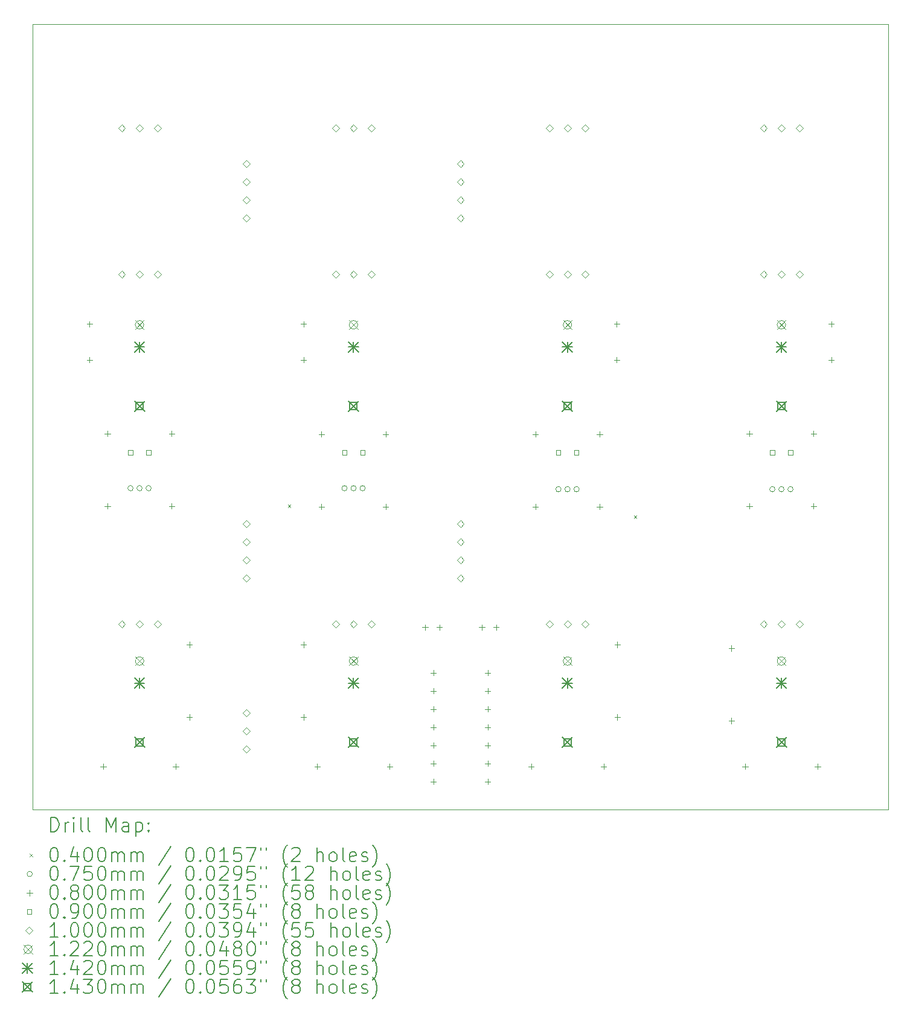
<source format=gbr>
%FSLAX45Y45*%
G04 Gerber Fmt 4.5, Leading zero omitted, Abs format (unit mm)*
G04 Created by KiCad (PCBNEW (6.0.1)) date 2022-02-10 17:18:12*
%MOMM*%
%LPD*%
G01*
G04 APERTURE LIST*
%TA.AperFunction,Profile*%
%ADD10C,0.050000*%
%TD*%
%ADD11C,0.200000*%
%ADD12C,0.040000*%
%ADD13C,0.075000*%
%ADD14C,0.080000*%
%ADD15C,0.090000*%
%ADD16C,0.100000*%
%ADD17C,0.122000*%
%ADD18C,0.142000*%
%ADD19C,0.143000*%
G04 APERTURE END LIST*
D10*
X7350000Y-3100000D02*
X19350000Y-3100000D01*
X19350000Y-3100000D02*
X19350000Y-14100000D01*
X7350000Y-3100000D02*
X7350000Y-14100000D01*
X7350000Y-14100000D02*
X19350000Y-14100000D01*
D11*
D12*
X10930000Y-9830000D02*
X10970000Y-9870000D01*
X10970000Y-9830000D02*
X10930000Y-9870000D01*
X15780000Y-9980000D02*
X15820000Y-10020000D01*
X15820000Y-9980000D02*
X15780000Y-10020000D01*
D13*
X8760500Y-9600000D02*
G75*
G03*
X8760500Y-9600000I-37500J0D01*
G01*
X8887500Y-9600000D02*
G75*
G03*
X8887500Y-9600000I-37500J0D01*
G01*
X9014500Y-9600000D02*
G75*
G03*
X9014500Y-9600000I-37500J0D01*
G01*
X11760500Y-9600000D02*
G75*
G03*
X11760500Y-9600000I-37500J0D01*
G01*
X11887500Y-9600000D02*
G75*
G03*
X11887500Y-9600000I-37500J0D01*
G01*
X12014500Y-9600000D02*
G75*
G03*
X12014500Y-9600000I-37500J0D01*
G01*
X14760500Y-9614000D02*
G75*
G03*
X14760500Y-9614000I-37500J0D01*
G01*
X14887500Y-9614000D02*
G75*
G03*
X14887500Y-9614000I-37500J0D01*
G01*
X15014500Y-9614000D02*
G75*
G03*
X15014500Y-9614000I-37500J0D01*
G01*
X17760500Y-9614000D02*
G75*
G03*
X17760500Y-9614000I-37500J0D01*
G01*
X17887500Y-9614000D02*
G75*
G03*
X17887500Y-9614000I-37500J0D01*
G01*
X18014500Y-9614000D02*
G75*
G03*
X18014500Y-9614000I-37500J0D01*
G01*
D14*
X8150000Y-7260000D02*
X8150000Y-7340000D01*
X8110000Y-7300000D02*
X8190000Y-7300000D01*
X8150000Y-7760000D02*
X8150000Y-7840000D01*
X8110000Y-7800000D02*
X8190000Y-7800000D01*
X8342000Y-13460000D02*
X8342000Y-13540000D01*
X8302000Y-13500000D02*
X8382000Y-13500000D01*
X8400000Y-8794000D02*
X8400000Y-8874000D01*
X8360000Y-8834000D02*
X8440000Y-8834000D01*
X8400000Y-9810000D02*
X8400000Y-9890000D01*
X8360000Y-9850000D02*
X8440000Y-9850000D01*
X9300000Y-8794000D02*
X9300000Y-8874000D01*
X9260000Y-8834000D02*
X9340000Y-8834000D01*
X9300000Y-9810000D02*
X9300000Y-9890000D01*
X9260000Y-9850000D02*
X9340000Y-9850000D01*
X9358000Y-13460000D02*
X9358000Y-13540000D01*
X9318000Y-13500000D02*
X9398000Y-13500000D01*
X9550000Y-11752000D02*
X9550000Y-11832000D01*
X9510000Y-11792000D02*
X9590000Y-11792000D01*
X9550000Y-12768000D02*
X9550000Y-12848000D01*
X9510000Y-12808000D02*
X9590000Y-12808000D01*
X11150000Y-7260000D02*
X11150000Y-7340000D01*
X11110000Y-7300000D02*
X11190000Y-7300000D01*
X11150000Y-7760000D02*
X11150000Y-7840000D01*
X11110000Y-7800000D02*
X11190000Y-7800000D01*
X11150000Y-11752000D02*
X11150000Y-11832000D01*
X11110000Y-11792000D02*
X11190000Y-11792000D01*
X11150000Y-12768000D02*
X11150000Y-12848000D01*
X11110000Y-12808000D02*
X11190000Y-12808000D01*
X11342000Y-13460000D02*
X11342000Y-13540000D01*
X11302000Y-13500000D02*
X11382000Y-13500000D01*
X11400000Y-8802000D02*
X11400000Y-8882000D01*
X11360000Y-8842000D02*
X11440000Y-8842000D01*
X11400000Y-9818000D02*
X11400000Y-9898000D01*
X11360000Y-9858000D02*
X11440000Y-9858000D01*
X12300000Y-8802000D02*
X12300000Y-8882000D01*
X12260000Y-8842000D02*
X12340000Y-8842000D01*
X12300000Y-9818000D02*
X12300000Y-9898000D01*
X12260000Y-9858000D02*
X12340000Y-9858000D01*
X12358000Y-13460000D02*
X12358000Y-13540000D01*
X12318000Y-13500000D02*
X12398000Y-13500000D01*
X12854489Y-11510000D02*
X12854489Y-11590000D01*
X12814489Y-11550000D02*
X12894489Y-11550000D01*
X12970000Y-12147500D02*
X12970000Y-12227500D01*
X12930000Y-12187500D02*
X13010000Y-12187500D01*
X12970000Y-12401500D02*
X12970000Y-12481500D01*
X12930000Y-12441500D02*
X13010000Y-12441500D01*
X12970000Y-12655500D02*
X12970000Y-12735500D01*
X12930000Y-12695500D02*
X13010000Y-12695500D01*
X12970000Y-12909500D02*
X12970000Y-12989500D01*
X12930000Y-12949500D02*
X13010000Y-12949500D01*
X12970000Y-13163500D02*
X12970000Y-13243500D01*
X12930000Y-13203500D02*
X13010000Y-13203500D01*
X12970000Y-13417500D02*
X12970000Y-13497500D01*
X12930000Y-13457500D02*
X13010000Y-13457500D01*
X12970000Y-13671500D02*
X12970000Y-13751500D01*
X12930000Y-13711500D02*
X13010000Y-13711500D01*
X13054489Y-11510000D02*
X13054489Y-11590000D01*
X13014489Y-11550000D02*
X13094489Y-11550000D01*
X13650000Y-11510000D02*
X13650000Y-11590000D01*
X13610000Y-11550000D02*
X13690000Y-11550000D01*
X13732000Y-12147500D02*
X13732000Y-12227500D01*
X13692000Y-12187500D02*
X13772000Y-12187500D01*
X13732000Y-12401500D02*
X13732000Y-12481500D01*
X13692000Y-12441500D02*
X13772000Y-12441500D01*
X13732000Y-12655500D02*
X13732000Y-12735500D01*
X13692000Y-12695500D02*
X13772000Y-12695500D01*
X13732000Y-12909500D02*
X13732000Y-12989500D01*
X13692000Y-12949500D02*
X13772000Y-12949500D01*
X13732000Y-13163500D02*
X13732000Y-13243500D01*
X13692000Y-13203500D02*
X13772000Y-13203500D01*
X13732000Y-13417500D02*
X13732000Y-13497500D01*
X13692000Y-13457500D02*
X13772000Y-13457500D01*
X13732000Y-13671500D02*
X13732000Y-13751500D01*
X13692000Y-13711500D02*
X13772000Y-13711500D01*
X13850000Y-11510000D02*
X13850000Y-11590000D01*
X13810000Y-11550000D02*
X13890000Y-11550000D01*
X14342000Y-13460000D02*
X14342000Y-13540000D01*
X14302000Y-13500000D02*
X14382000Y-13500000D01*
X14400000Y-8802000D02*
X14400000Y-8882000D01*
X14360000Y-8842000D02*
X14440000Y-8842000D01*
X14400000Y-9818000D02*
X14400000Y-9898000D01*
X14360000Y-9858000D02*
X14440000Y-9858000D01*
X15300000Y-8802000D02*
X15300000Y-8882000D01*
X15260000Y-8842000D02*
X15340000Y-8842000D01*
X15300000Y-9818000D02*
X15300000Y-9898000D01*
X15260000Y-9858000D02*
X15340000Y-9858000D01*
X15358000Y-13460000D02*
X15358000Y-13540000D01*
X15318000Y-13500000D02*
X15398000Y-13500000D01*
X15542000Y-7260000D02*
X15542000Y-7340000D01*
X15502000Y-7300000D02*
X15582000Y-7300000D01*
X15542000Y-7760000D02*
X15542000Y-7840000D01*
X15502000Y-7800000D02*
X15582000Y-7800000D01*
X15550000Y-11752000D02*
X15550000Y-11832000D01*
X15510000Y-11792000D02*
X15590000Y-11792000D01*
X15550000Y-12768000D02*
X15550000Y-12848000D01*
X15510000Y-12808000D02*
X15590000Y-12808000D01*
X17150000Y-11802000D02*
X17150000Y-11882000D01*
X17110000Y-11842000D02*
X17190000Y-11842000D01*
X17150000Y-12818000D02*
X17150000Y-12898000D01*
X17110000Y-12858000D02*
X17190000Y-12858000D01*
X17342000Y-13460000D02*
X17342000Y-13540000D01*
X17302000Y-13500000D02*
X17382000Y-13500000D01*
X17400000Y-8794000D02*
X17400000Y-8874000D01*
X17360000Y-8834000D02*
X17440000Y-8834000D01*
X17400000Y-9810000D02*
X17400000Y-9890000D01*
X17360000Y-9850000D02*
X17440000Y-9850000D01*
X18300000Y-8794000D02*
X18300000Y-8874000D01*
X18260000Y-8834000D02*
X18340000Y-8834000D01*
X18300000Y-9810000D02*
X18300000Y-9890000D01*
X18260000Y-9850000D02*
X18340000Y-9850000D01*
X18358000Y-13460000D02*
X18358000Y-13540000D01*
X18318000Y-13500000D02*
X18398000Y-13500000D01*
X18550000Y-7260000D02*
X18550000Y-7340000D01*
X18510000Y-7300000D02*
X18590000Y-7300000D01*
X18550000Y-7760000D02*
X18550000Y-7840000D01*
X18510000Y-7800000D02*
X18590000Y-7800000D01*
D15*
X8754320Y-9131820D02*
X8754320Y-9068180D01*
X8690680Y-9068180D01*
X8690680Y-9131820D01*
X8754320Y-9131820D01*
X9008320Y-9131820D02*
X9008320Y-9068180D01*
X8944680Y-9068180D01*
X8944680Y-9131820D01*
X9008320Y-9131820D01*
X11754320Y-9131820D02*
X11754320Y-9068180D01*
X11690680Y-9068180D01*
X11690680Y-9131820D01*
X11754320Y-9131820D01*
X12008320Y-9131820D02*
X12008320Y-9068180D01*
X11944680Y-9068180D01*
X11944680Y-9131820D01*
X12008320Y-9131820D01*
X14754320Y-9131820D02*
X14754320Y-9068180D01*
X14690680Y-9068180D01*
X14690680Y-9131820D01*
X14754320Y-9131820D01*
X15008320Y-9131820D02*
X15008320Y-9068180D01*
X14944680Y-9068180D01*
X14944680Y-9131820D01*
X15008320Y-9131820D01*
X17754320Y-9131820D02*
X17754320Y-9068180D01*
X17690680Y-9068180D01*
X17690680Y-9131820D01*
X17754320Y-9131820D01*
X18008320Y-9131820D02*
X18008320Y-9068180D01*
X17944680Y-9068180D01*
X17944680Y-9131820D01*
X18008320Y-9131820D01*
D16*
X8600000Y-4605000D02*
X8650000Y-4555000D01*
X8600000Y-4505000D01*
X8550000Y-4555000D01*
X8600000Y-4605000D01*
X8600000Y-6655000D02*
X8650000Y-6605000D01*
X8600000Y-6555000D01*
X8550000Y-6605000D01*
X8600000Y-6655000D01*
X8600000Y-11555000D02*
X8650000Y-11505000D01*
X8600000Y-11455000D01*
X8550000Y-11505000D01*
X8600000Y-11555000D01*
X8850000Y-4605000D02*
X8900000Y-4555000D01*
X8850000Y-4505000D01*
X8800000Y-4555000D01*
X8850000Y-4605000D01*
X8850000Y-6655000D02*
X8900000Y-6605000D01*
X8850000Y-6555000D01*
X8800000Y-6605000D01*
X8850000Y-6655000D01*
X8850000Y-11555000D02*
X8900000Y-11505000D01*
X8850000Y-11455000D01*
X8800000Y-11505000D01*
X8850000Y-11555000D01*
X9100000Y-4605000D02*
X9150000Y-4555000D01*
X9100000Y-4505000D01*
X9050000Y-4555000D01*
X9100000Y-4605000D01*
X9100000Y-6655000D02*
X9150000Y-6605000D01*
X9100000Y-6555000D01*
X9050000Y-6605000D01*
X9100000Y-6655000D01*
X9100000Y-11555000D02*
X9150000Y-11505000D01*
X9100000Y-11455000D01*
X9050000Y-11505000D01*
X9100000Y-11555000D01*
X10350000Y-5100000D02*
X10400000Y-5050000D01*
X10350000Y-5000000D01*
X10300000Y-5050000D01*
X10350000Y-5100000D01*
X10350000Y-5354000D02*
X10400000Y-5304000D01*
X10350000Y-5254000D01*
X10300000Y-5304000D01*
X10350000Y-5354000D01*
X10350000Y-5608000D02*
X10400000Y-5558000D01*
X10350000Y-5508000D01*
X10300000Y-5558000D01*
X10350000Y-5608000D01*
X10350000Y-5862000D02*
X10400000Y-5812000D01*
X10350000Y-5762000D01*
X10300000Y-5812000D01*
X10350000Y-5862000D01*
X10350000Y-10150000D02*
X10400000Y-10100000D01*
X10350000Y-10050000D01*
X10300000Y-10100000D01*
X10350000Y-10150000D01*
X10350000Y-10404000D02*
X10400000Y-10354000D01*
X10350000Y-10304000D01*
X10300000Y-10354000D01*
X10350000Y-10404000D01*
X10350000Y-10658000D02*
X10400000Y-10608000D01*
X10350000Y-10558000D01*
X10300000Y-10608000D01*
X10350000Y-10658000D01*
X10350000Y-10912000D02*
X10400000Y-10862000D01*
X10350000Y-10812000D01*
X10300000Y-10862000D01*
X10350000Y-10912000D01*
X10350000Y-12800000D02*
X10400000Y-12750000D01*
X10350000Y-12700000D01*
X10300000Y-12750000D01*
X10350000Y-12800000D01*
X10350000Y-13054000D02*
X10400000Y-13004000D01*
X10350000Y-12954000D01*
X10300000Y-13004000D01*
X10350000Y-13054000D01*
X10350000Y-13308000D02*
X10400000Y-13258000D01*
X10350000Y-13208000D01*
X10300000Y-13258000D01*
X10350000Y-13308000D01*
X11600000Y-4605000D02*
X11650000Y-4555000D01*
X11600000Y-4505000D01*
X11550000Y-4555000D01*
X11600000Y-4605000D01*
X11600000Y-6655000D02*
X11650000Y-6605000D01*
X11600000Y-6555000D01*
X11550000Y-6605000D01*
X11600000Y-6655000D01*
X11600000Y-11555000D02*
X11650000Y-11505000D01*
X11600000Y-11455000D01*
X11550000Y-11505000D01*
X11600000Y-11555000D01*
X11850000Y-4605000D02*
X11900000Y-4555000D01*
X11850000Y-4505000D01*
X11800000Y-4555000D01*
X11850000Y-4605000D01*
X11850000Y-6655000D02*
X11900000Y-6605000D01*
X11850000Y-6555000D01*
X11800000Y-6605000D01*
X11850000Y-6655000D01*
X11850000Y-11555000D02*
X11900000Y-11505000D01*
X11850000Y-11455000D01*
X11800000Y-11505000D01*
X11850000Y-11555000D01*
X12100000Y-4605000D02*
X12150000Y-4555000D01*
X12100000Y-4505000D01*
X12050000Y-4555000D01*
X12100000Y-4605000D01*
X12100000Y-6655000D02*
X12150000Y-6605000D01*
X12100000Y-6555000D01*
X12050000Y-6605000D01*
X12100000Y-6655000D01*
X12100000Y-11555000D02*
X12150000Y-11505000D01*
X12100000Y-11455000D01*
X12050000Y-11505000D01*
X12100000Y-11555000D01*
X13350000Y-5100000D02*
X13400000Y-5050000D01*
X13350000Y-5000000D01*
X13300000Y-5050000D01*
X13350000Y-5100000D01*
X13350000Y-5354000D02*
X13400000Y-5304000D01*
X13350000Y-5254000D01*
X13300000Y-5304000D01*
X13350000Y-5354000D01*
X13350000Y-5608000D02*
X13400000Y-5558000D01*
X13350000Y-5508000D01*
X13300000Y-5558000D01*
X13350000Y-5608000D01*
X13350000Y-5862000D02*
X13400000Y-5812000D01*
X13350000Y-5762000D01*
X13300000Y-5812000D01*
X13350000Y-5862000D01*
X13350000Y-10150000D02*
X13400000Y-10100000D01*
X13350000Y-10050000D01*
X13300000Y-10100000D01*
X13350000Y-10150000D01*
X13350000Y-10404000D02*
X13400000Y-10354000D01*
X13350000Y-10304000D01*
X13300000Y-10354000D01*
X13350000Y-10404000D01*
X13350000Y-10658000D02*
X13400000Y-10608000D01*
X13350000Y-10558000D01*
X13300000Y-10608000D01*
X13350000Y-10658000D01*
X13350000Y-10912000D02*
X13400000Y-10862000D01*
X13350000Y-10812000D01*
X13300000Y-10862000D01*
X13350000Y-10912000D01*
X14600000Y-4605000D02*
X14650000Y-4555000D01*
X14600000Y-4505000D01*
X14550000Y-4555000D01*
X14600000Y-4605000D01*
X14600000Y-6655000D02*
X14650000Y-6605000D01*
X14600000Y-6555000D01*
X14550000Y-6605000D01*
X14600000Y-6655000D01*
X14600000Y-11555000D02*
X14650000Y-11505000D01*
X14600000Y-11455000D01*
X14550000Y-11505000D01*
X14600000Y-11555000D01*
X14850000Y-4605000D02*
X14900000Y-4555000D01*
X14850000Y-4505000D01*
X14800000Y-4555000D01*
X14850000Y-4605000D01*
X14850000Y-6655000D02*
X14900000Y-6605000D01*
X14850000Y-6555000D01*
X14800000Y-6605000D01*
X14850000Y-6655000D01*
X14850000Y-11555000D02*
X14900000Y-11505000D01*
X14850000Y-11455000D01*
X14800000Y-11505000D01*
X14850000Y-11555000D01*
X15100000Y-4605000D02*
X15150000Y-4555000D01*
X15100000Y-4505000D01*
X15050000Y-4555000D01*
X15100000Y-4605000D01*
X15100000Y-6655000D02*
X15150000Y-6605000D01*
X15100000Y-6555000D01*
X15050000Y-6605000D01*
X15100000Y-6655000D01*
X15100000Y-11555000D02*
X15150000Y-11505000D01*
X15100000Y-11455000D01*
X15050000Y-11505000D01*
X15100000Y-11555000D01*
X17600000Y-4605000D02*
X17650000Y-4555000D01*
X17600000Y-4505000D01*
X17550000Y-4555000D01*
X17600000Y-4605000D01*
X17600000Y-6655000D02*
X17650000Y-6605000D01*
X17600000Y-6555000D01*
X17550000Y-6605000D01*
X17600000Y-6655000D01*
X17600000Y-11555000D02*
X17650000Y-11505000D01*
X17600000Y-11455000D01*
X17550000Y-11505000D01*
X17600000Y-11555000D01*
X17850000Y-4605000D02*
X17900000Y-4555000D01*
X17850000Y-4505000D01*
X17800000Y-4555000D01*
X17850000Y-4605000D01*
X17850000Y-6655000D02*
X17900000Y-6605000D01*
X17850000Y-6555000D01*
X17800000Y-6605000D01*
X17850000Y-6655000D01*
X17850000Y-11555000D02*
X17900000Y-11505000D01*
X17850000Y-11455000D01*
X17800000Y-11505000D01*
X17850000Y-11555000D01*
X18100000Y-4605000D02*
X18150000Y-4555000D01*
X18100000Y-4505000D01*
X18050000Y-4555000D01*
X18100000Y-4605000D01*
X18100000Y-6655000D02*
X18150000Y-6605000D01*
X18100000Y-6555000D01*
X18050000Y-6605000D01*
X18100000Y-6655000D01*
X18100000Y-11555000D02*
X18150000Y-11505000D01*
X18100000Y-11455000D01*
X18050000Y-11505000D01*
X18100000Y-11555000D01*
D17*
X8789000Y-7249000D02*
X8911000Y-7371000D01*
X8911000Y-7249000D02*
X8789000Y-7371000D01*
X8911000Y-7310000D02*
G75*
G03*
X8911000Y-7310000I-61000J0D01*
G01*
X8789000Y-11961000D02*
X8911000Y-12083000D01*
X8911000Y-11961000D02*
X8789000Y-12083000D01*
X8911000Y-12022000D02*
G75*
G03*
X8911000Y-12022000I-61000J0D01*
G01*
X11789000Y-7249000D02*
X11911000Y-7371000D01*
X11911000Y-7249000D02*
X11789000Y-7371000D01*
X11911000Y-7310000D02*
G75*
G03*
X11911000Y-7310000I-61000J0D01*
G01*
X11789000Y-11961000D02*
X11911000Y-12083000D01*
X11911000Y-11961000D02*
X11789000Y-12083000D01*
X11911000Y-12022000D02*
G75*
G03*
X11911000Y-12022000I-61000J0D01*
G01*
X14789000Y-7249000D02*
X14911000Y-7371000D01*
X14911000Y-7249000D02*
X14789000Y-7371000D01*
X14911000Y-7310000D02*
G75*
G03*
X14911000Y-7310000I-61000J0D01*
G01*
X14789000Y-11961000D02*
X14911000Y-12083000D01*
X14911000Y-11961000D02*
X14789000Y-12083000D01*
X14911000Y-12022000D02*
G75*
G03*
X14911000Y-12022000I-61000J0D01*
G01*
X17789000Y-7249000D02*
X17911000Y-7371000D01*
X17911000Y-7249000D02*
X17789000Y-7371000D01*
X17911000Y-7310000D02*
G75*
G03*
X17911000Y-7310000I-61000J0D01*
G01*
X17789000Y-11961000D02*
X17911000Y-12083000D01*
X17911000Y-11961000D02*
X17789000Y-12083000D01*
X17911000Y-12022000D02*
G75*
G03*
X17911000Y-12022000I-61000J0D01*
G01*
D18*
X8779000Y-7549000D02*
X8921000Y-7691000D01*
X8921000Y-7549000D02*
X8779000Y-7691000D01*
X8850000Y-7549000D02*
X8850000Y-7691000D01*
X8779000Y-7620000D02*
X8921000Y-7620000D01*
X8779000Y-12261000D02*
X8921000Y-12403000D01*
X8921000Y-12261000D02*
X8779000Y-12403000D01*
X8850000Y-12261000D02*
X8850000Y-12403000D01*
X8779000Y-12332000D02*
X8921000Y-12332000D01*
X11779000Y-7549000D02*
X11921000Y-7691000D01*
X11921000Y-7549000D02*
X11779000Y-7691000D01*
X11850000Y-7549000D02*
X11850000Y-7691000D01*
X11779000Y-7620000D02*
X11921000Y-7620000D01*
X11779000Y-12261000D02*
X11921000Y-12403000D01*
X11921000Y-12261000D02*
X11779000Y-12403000D01*
X11850000Y-12261000D02*
X11850000Y-12403000D01*
X11779000Y-12332000D02*
X11921000Y-12332000D01*
X14779000Y-7549000D02*
X14921000Y-7691000D01*
X14921000Y-7549000D02*
X14779000Y-7691000D01*
X14850000Y-7549000D02*
X14850000Y-7691000D01*
X14779000Y-7620000D02*
X14921000Y-7620000D01*
X14779000Y-12261000D02*
X14921000Y-12403000D01*
X14921000Y-12261000D02*
X14779000Y-12403000D01*
X14850000Y-12261000D02*
X14850000Y-12403000D01*
X14779000Y-12332000D02*
X14921000Y-12332000D01*
X17779000Y-7549000D02*
X17921000Y-7691000D01*
X17921000Y-7549000D02*
X17779000Y-7691000D01*
X17850000Y-7549000D02*
X17850000Y-7691000D01*
X17779000Y-7620000D02*
X17921000Y-7620000D01*
X17779000Y-12261000D02*
X17921000Y-12403000D01*
X17921000Y-12261000D02*
X17779000Y-12403000D01*
X17850000Y-12261000D02*
X17850000Y-12403000D01*
X17779000Y-12332000D02*
X17921000Y-12332000D01*
D19*
X8778500Y-8378500D02*
X8921500Y-8521500D01*
X8921500Y-8378500D02*
X8778500Y-8521500D01*
X8900559Y-8500559D02*
X8900559Y-8399441D01*
X8799441Y-8399441D01*
X8799441Y-8500559D01*
X8900559Y-8500559D01*
X8778500Y-13090500D02*
X8921500Y-13233500D01*
X8921500Y-13090500D02*
X8778500Y-13233500D01*
X8900559Y-13212559D02*
X8900559Y-13111441D01*
X8799441Y-13111441D01*
X8799441Y-13212559D01*
X8900559Y-13212559D01*
X11778500Y-8378500D02*
X11921500Y-8521500D01*
X11921500Y-8378500D02*
X11778500Y-8521500D01*
X11900559Y-8500559D02*
X11900559Y-8399441D01*
X11799441Y-8399441D01*
X11799441Y-8500559D01*
X11900559Y-8500559D01*
X11778500Y-13090500D02*
X11921500Y-13233500D01*
X11921500Y-13090500D02*
X11778500Y-13233500D01*
X11900559Y-13212559D02*
X11900559Y-13111441D01*
X11799441Y-13111441D01*
X11799441Y-13212559D01*
X11900559Y-13212559D01*
X14778500Y-8378500D02*
X14921500Y-8521500D01*
X14921500Y-8378500D02*
X14778500Y-8521500D01*
X14900559Y-8500559D02*
X14900559Y-8399441D01*
X14799441Y-8399441D01*
X14799441Y-8500559D01*
X14900559Y-8500559D01*
X14778500Y-13090500D02*
X14921500Y-13233500D01*
X14921500Y-13090500D02*
X14778500Y-13233500D01*
X14900559Y-13212559D02*
X14900559Y-13111441D01*
X14799441Y-13111441D01*
X14799441Y-13212559D01*
X14900559Y-13212559D01*
X17778500Y-8378500D02*
X17921500Y-8521500D01*
X17921500Y-8378500D02*
X17778500Y-8521500D01*
X17900559Y-8500559D02*
X17900559Y-8399441D01*
X17799441Y-8399441D01*
X17799441Y-8500559D01*
X17900559Y-8500559D01*
X17778500Y-13090500D02*
X17921500Y-13233500D01*
X17921500Y-13090500D02*
X17778500Y-13233500D01*
X17900559Y-13212559D02*
X17900559Y-13111441D01*
X17799441Y-13111441D01*
X17799441Y-13212559D01*
X17900559Y-13212559D01*
D11*
X7605119Y-14412976D02*
X7605119Y-14212976D01*
X7652738Y-14212976D01*
X7681309Y-14222500D01*
X7700357Y-14241548D01*
X7709881Y-14260595D01*
X7719405Y-14298690D01*
X7719405Y-14327262D01*
X7709881Y-14365357D01*
X7700357Y-14384405D01*
X7681309Y-14403452D01*
X7652738Y-14412976D01*
X7605119Y-14412976D01*
X7805119Y-14412976D02*
X7805119Y-14279643D01*
X7805119Y-14317738D02*
X7814643Y-14298690D01*
X7824167Y-14289167D01*
X7843214Y-14279643D01*
X7862262Y-14279643D01*
X7928928Y-14412976D02*
X7928928Y-14279643D01*
X7928928Y-14212976D02*
X7919405Y-14222500D01*
X7928928Y-14232024D01*
X7938452Y-14222500D01*
X7928928Y-14212976D01*
X7928928Y-14232024D01*
X8052738Y-14412976D02*
X8033690Y-14403452D01*
X8024167Y-14384405D01*
X8024167Y-14212976D01*
X8157500Y-14412976D02*
X8138452Y-14403452D01*
X8128928Y-14384405D01*
X8128928Y-14212976D01*
X8386071Y-14412976D02*
X8386071Y-14212976D01*
X8452738Y-14355833D01*
X8519405Y-14212976D01*
X8519405Y-14412976D01*
X8700357Y-14412976D02*
X8700357Y-14308214D01*
X8690833Y-14289167D01*
X8671786Y-14279643D01*
X8633690Y-14279643D01*
X8614643Y-14289167D01*
X8700357Y-14403452D02*
X8681310Y-14412976D01*
X8633690Y-14412976D01*
X8614643Y-14403452D01*
X8605119Y-14384405D01*
X8605119Y-14365357D01*
X8614643Y-14346309D01*
X8633690Y-14336786D01*
X8681310Y-14336786D01*
X8700357Y-14327262D01*
X8795595Y-14279643D02*
X8795595Y-14479643D01*
X8795595Y-14289167D02*
X8814643Y-14279643D01*
X8852738Y-14279643D01*
X8871786Y-14289167D01*
X8881310Y-14298690D01*
X8890833Y-14317738D01*
X8890833Y-14374881D01*
X8881310Y-14393928D01*
X8871786Y-14403452D01*
X8852738Y-14412976D01*
X8814643Y-14412976D01*
X8795595Y-14403452D01*
X8976548Y-14393928D02*
X8986071Y-14403452D01*
X8976548Y-14412976D01*
X8967024Y-14403452D01*
X8976548Y-14393928D01*
X8976548Y-14412976D01*
X8976548Y-14289167D02*
X8986071Y-14298690D01*
X8976548Y-14308214D01*
X8967024Y-14298690D01*
X8976548Y-14289167D01*
X8976548Y-14308214D01*
D12*
X7307500Y-14722500D02*
X7347500Y-14762500D01*
X7347500Y-14722500D02*
X7307500Y-14762500D01*
D11*
X7643214Y-14632976D02*
X7662262Y-14632976D01*
X7681309Y-14642500D01*
X7690833Y-14652024D01*
X7700357Y-14671071D01*
X7709881Y-14709167D01*
X7709881Y-14756786D01*
X7700357Y-14794881D01*
X7690833Y-14813928D01*
X7681309Y-14823452D01*
X7662262Y-14832976D01*
X7643214Y-14832976D01*
X7624167Y-14823452D01*
X7614643Y-14813928D01*
X7605119Y-14794881D01*
X7595595Y-14756786D01*
X7595595Y-14709167D01*
X7605119Y-14671071D01*
X7614643Y-14652024D01*
X7624167Y-14642500D01*
X7643214Y-14632976D01*
X7795595Y-14813928D02*
X7805119Y-14823452D01*
X7795595Y-14832976D01*
X7786071Y-14823452D01*
X7795595Y-14813928D01*
X7795595Y-14832976D01*
X7976548Y-14699643D02*
X7976548Y-14832976D01*
X7928928Y-14623452D02*
X7881309Y-14766309D01*
X8005119Y-14766309D01*
X8119405Y-14632976D02*
X8138452Y-14632976D01*
X8157500Y-14642500D01*
X8167024Y-14652024D01*
X8176548Y-14671071D01*
X8186071Y-14709167D01*
X8186071Y-14756786D01*
X8176548Y-14794881D01*
X8167024Y-14813928D01*
X8157500Y-14823452D01*
X8138452Y-14832976D01*
X8119405Y-14832976D01*
X8100357Y-14823452D01*
X8090833Y-14813928D01*
X8081309Y-14794881D01*
X8071786Y-14756786D01*
X8071786Y-14709167D01*
X8081309Y-14671071D01*
X8090833Y-14652024D01*
X8100357Y-14642500D01*
X8119405Y-14632976D01*
X8309881Y-14632976D02*
X8328928Y-14632976D01*
X8347976Y-14642500D01*
X8357500Y-14652024D01*
X8367024Y-14671071D01*
X8376548Y-14709167D01*
X8376548Y-14756786D01*
X8367024Y-14794881D01*
X8357500Y-14813928D01*
X8347976Y-14823452D01*
X8328928Y-14832976D01*
X8309881Y-14832976D01*
X8290833Y-14823452D01*
X8281309Y-14813928D01*
X8271786Y-14794881D01*
X8262262Y-14756786D01*
X8262262Y-14709167D01*
X8271786Y-14671071D01*
X8281309Y-14652024D01*
X8290833Y-14642500D01*
X8309881Y-14632976D01*
X8462262Y-14832976D02*
X8462262Y-14699643D01*
X8462262Y-14718690D02*
X8471786Y-14709167D01*
X8490833Y-14699643D01*
X8519405Y-14699643D01*
X8538452Y-14709167D01*
X8547976Y-14728214D01*
X8547976Y-14832976D01*
X8547976Y-14728214D02*
X8557500Y-14709167D01*
X8576548Y-14699643D01*
X8605119Y-14699643D01*
X8624167Y-14709167D01*
X8633690Y-14728214D01*
X8633690Y-14832976D01*
X8728929Y-14832976D02*
X8728929Y-14699643D01*
X8728929Y-14718690D02*
X8738452Y-14709167D01*
X8757500Y-14699643D01*
X8786071Y-14699643D01*
X8805119Y-14709167D01*
X8814643Y-14728214D01*
X8814643Y-14832976D01*
X8814643Y-14728214D02*
X8824167Y-14709167D01*
X8843214Y-14699643D01*
X8871786Y-14699643D01*
X8890833Y-14709167D01*
X8900357Y-14728214D01*
X8900357Y-14832976D01*
X9290833Y-14623452D02*
X9119405Y-14880595D01*
X9547976Y-14632976D02*
X9567024Y-14632976D01*
X9586071Y-14642500D01*
X9595595Y-14652024D01*
X9605119Y-14671071D01*
X9614643Y-14709167D01*
X9614643Y-14756786D01*
X9605119Y-14794881D01*
X9595595Y-14813928D01*
X9586071Y-14823452D01*
X9567024Y-14832976D01*
X9547976Y-14832976D01*
X9528929Y-14823452D01*
X9519405Y-14813928D01*
X9509881Y-14794881D01*
X9500357Y-14756786D01*
X9500357Y-14709167D01*
X9509881Y-14671071D01*
X9519405Y-14652024D01*
X9528929Y-14642500D01*
X9547976Y-14632976D01*
X9700357Y-14813928D02*
X9709881Y-14823452D01*
X9700357Y-14832976D01*
X9690833Y-14823452D01*
X9700357Y-14813928D01*
X9700357Y-14832976D01*
X9833690Y-14632976D02*
X9852738Y-14632976D01*
X9871786Y-14642500D01*
X9881310Y-14652024D01*
X9890833Y-14671071D01*
X9900357Y-14709167D01*
X9900357Y-14756786D01*
X9890833Y-14794881D01*
X9881310Y-14813928D01*
X9871786Y-14823452D01*
X9852738Y-14832976D01*
X9833690Y-14832976D01*
X9814643Y-14823452D01*
X9805119Y-14813928D01*
X9795595Y-14794881D01*
X9786071Y-14756786D01*
X9786071Y-14709167D01*
X9795595Y-14671071D01*
X9805119Y-14652024D01*
X9814643Y-14642500D01*
X9833690Y-14632976D01*
X10090833Y-14832976D02*
X9976548Y-14832976D01*
X10033690Y-14832976D02*
X10033690Y-14632976D01*
X10014643Y-14661548D01*
X9995595Y-14680595D01*
X9976548Y-14690119D01*
X10271786Y-14632976D02*
X10176548Y-14632976D01*
X10167024Y-14728214D01*
X10176548Y-14718690D01*
X10195595Y-14709167D01*
X10243214Y-14709167D01*
X10262262Y-14718690D01*
X10271786Y-14728214D01*
X10281310Y-14747262D01*
X10281310Y-14794881D01*
X10271786Y-14813928D01*
X10262262Y-14823452D01*
X10243214Y-14832976D01*
X10195595Y-14832976D01*
X10176548Y-14823452D01*
X10167024Y-14813928D01*
X10347976Y-14632976D02*
X10481310Y-14632976D01*
X10395595Y-14832976D01*
X10547976Y-14632976D02*
X10547976Y-14671071D01*
X10624167Y-14632976D02*
X10624167Y-14671071D01*
X10919405Y-14909167D02*
X10909881Y-14899643D01*
X10890833Y-14871071D01*
X10881310Y-14852024D01*
X10871786Y-14823452D01*
X10862262Y-14775833D01*
X10862262Y-14737738D01*
X10871786Y-14690119D01*
X10881310Y-14661548D01*
X10890833Y-14642500D01*
X10909881Y-14613928D01*
X10919405Y-14604405D01*
X10986071Y-14652024D02*
X10995595Y-14642500D01*
X11014643Y-14632976D01*
X11062262Y-14632976D01*
X11081310Y-14642500D01*
X11090833Y-14652024D01*
X11100357Y-14671071D01*
X11100357Y-14690119D01*
X11090833Y-14718690D01*
X10976548Y-14832976D01*
X11100357Y-14832976D01*
X11338452Y-14832976D02*
X11338452Y-14632976D01*
X11424167Y-14832976D02*
X11424167Y-14728214D01*
X11414643Y-14709167D01*
X11395595Y-14699643D01*
X11367024Y-14699643D01*
X11347976Y-14709167D01*
X11338452Y-14718690D01*
X11547976Y-14832976D02*
X11528928Y-14823452D01*
X11519405Y-14813928D01*
X11509881Y-14794881D01*
X11509881Y-14737738D01*
X11519405Y-14718690D01*
X11528928Y-14709167D01*
X11547976Y-14699643D01*
X11576548Y-14699643D01*
X11595595Y-14709167D01*
X11605119Y-14718690D01*
X11614643Y-14737738D01*
X11614643Y-14794881D01*
X11605119Y-14813928D01*
X11595595Y-14823452D01*
X11576548Y-14832976D01*
X11547976Y-14832976D01*
X11728928Y-14832976D02*
X11709881Y-14823452D01*
X11700357Y-14804405D01*
X11700357Y-14632976D01*
X11881309Y-14823452D02*
X11862262Y-14832976D01*
X11824167Y-14832976D01*
X11805119Y-14823452D01*
X11795595Y-14804405D01*
X11795595Y-14728214D01*
X11805119Y-14709167D01*
X11824167Y-14699643D01*
X11862262Y-14699643D01*
X11881309Y-14709167D01*
X11890833Y-14728214D01*
X11890833Y-14747262D01*
X11795595Y-14766309D01*
X11967024Y-14823452D02*
X11986071Y-14832976D01*
X12024167Y-14832976D01*
X12043214Y-14823452D01*
X12052738Y-14804405D01*
X12052738Y-14794881D01*
X12043214Y-14775833D01*
X12024167Y-14766309D01*
X11995595Y-14766309D01*
X11976548Y-14756786D01*
X11967024Y-14737738D01*
X11967024Y-14728214D01*
X11976548Y-14709167D01*
X11995595Y-14699643D01*
X12024167Y-14699643D01*
X12043214Y-14709167D01*
X12119405Y-14909167D02*
X12128928Y-14899643D01*
X12147976Y-14871071D01*
X12157500Y-14852024D01*
X12167024Y-14823452D01*
X12176548Y-14775833D01*
X12176548Y-14737738D01*
X12167024Y-14690119D01*
X12157500Y-14661548D01*
X12147976Y-14642500D01*
X12128928Y-14613928D01*
X12119405Y-14604405D01*
D13*
X7347500Y-15006500D02*
G75*
G03*
X7347500Y-15006500I-37500J0D01*
G01*
D11*
X7643214Y-14896976D02*
X7662262Y-14896976D01*
X7681309Y-14906500D01*
X7690833Y-14916024D01*
X7700357Y-14935071D01*
X7709881Y-14973167D01*
X7709881Y-15020786D01*
X7700357Y-15058881D01*
X7690833Y-15077928D01*
X7681309Y-15087452D01*
X7662262Y-15096976D01*
X7643214Y-15096976D01*
X7624167Y-15087452D01*
X7614643Y-15077928D01*
X7605119Y-15058881D01*
X7595595Y-15020786D01*
X7595595Y-14973167D01*
X7605119Y-14935071D01*
X7614643Y-14916024D01*
X7624167Y-14906500D01*
X7643214Y-14896976D01*
X7795595Y-15077928D02*
X7805119Y-15087452D01*
X7795595Y-15096976D01*
X7786071Y-15087452D01*
X7795595Y-15077928D01*
X7795595Y-15096976D01*
X7871786Y-14896976D02*
X8005119Y-14896976D01*
X7919405Y-15096976D01*
X8176548Y-14896976D02*
X8081309Y-14896976D01*
X8071786Y-14992214D01*
X8081309Y-14982690D01*
X8100357Y-14973167D01*
X8147976Y-14973167D01*
X8167024Y-14982690D01*
X8176548Y-14992214D01*
X8186071Y-15011262D01*
X8186071Y-15058881D01*
X8176548Y-15077928D01*
X8167024Y-15087452D01*
X8147976Y-15096976D01*
X8100357Y-15096976D01*
X8081309Y-15087452D01*
X8071786Y-15077928D01*
X8309881Y-14896976D02*
X8328928Y-14896976D01*
X8347976Y-14906500D01*
X8357500Y-14916024D01*
X8367024Y-14935071D01*
X8376548Y-14973167D01*
X8376548Y-15020786D01*
X8367024Y-15058881D01*
X8357500Y-15077928D01*
X8347976Y-15087452D01*
X8328928Y-15096976D01*
X8309881Y-15096976D01*
X8290833Y-15087452D01*
X8281309Y-15077928D01*
X8271786Y-15058881D01*
X8262262Y-15020786D01*
X8262262Y-14973167D01*
X8271786Y-14935071D01*
X8281309Y-14916024D01*
X8290833Y-14906500D01*
X8309881Y-14896976D01*
X8462262Y-15096976D02*
X8462262Y-14963643D01*
X8462262Y-14982690D02*
X8471786Y-14973167D01*
X8490833Y-14963643D01*
X8519405Y-14963643D01*
X8538452Y-14973167D01*
X8547976Y-14992214D01*
X8547976Y-15096976D01*
X8547976Y-14992214D02*
X8557500Y-14973167D01*
X8576548Y-14963643D01*
X8605119Y-14963643D01*
X8624167Y-14973167D01*
X8633690Y-14992214D01*
X8633690Y-15096976D01*
X8728929Y-15096976D02*
X8728929Y-14963643D01*
X8728929Y-14982690D02*
X8738452Y-14973167D01*
X8757500Y-14963643D01*
X8786071Y-14963643D01*
X8805119Y-14973167D01*
X8814643Y-14992214D01*
X8814643Y-15096976D01*
X8814643Y-14992214D02*
X8824167Y-14973167D01*
X8843214Y-14963643D01*
X8871786Y-14963643D01*
X8890833Y-14973167D01*
X8900357Y-14992214D01*
X8900357Y-15096976D01*
X9290833Y-14887452D02*
X9119405Y-15144595D01*
X9547976Y-14896976D02*
X9567024Y-14896976D01*
X9586071Y-14906500D01*
X9595595Y-14916024D01*
X9605119Y-14935071D01*
X9614643Y-14973167D01*
X9614643Y-15020786D01*
X9605119Y-15058881D01*
X9595595Y-15077928D01*
X9586071Y-15087452D01*
X9567024Y-15096976D01*
X9547976Y-15096976D01*
X9528929Y-15087452D01*
X9519405Y-15077928D01*
X9509881Y-15058881D01*
X9500357Y-15020786D01*
X9500357Y-14973167D01*
X9509881Y-14935071D01*
X9519405Y-14916024D01*
X9528929Y-14906500D01*
X9547976Y-14896976D01*
X9700357Y-15077928D02*
X9709881Y-15087452D01*
X9700357Y-15096976D01*
X9690833Y-15087452D01*
X9700357Y-15077928D01*
X9700357Y-15096976D01*
X9833690Y-14896976D02*
X9852738Y-14896976D01*
X9871786Y-14906500D01*
X9881310Y-14916024D01*
X9890833Y-14935071D01*
X9900357Y-14973167D01*
X9900357Y-15020786D01*
X9890833Y-15058881D01*
X9881310Y-15077928D01*
X9871786Y-15087452D01*
X9852738Y-15096976D01*
X9833690Y-15096976D01*
X9814643Y-15087452D01*
X9805119Y-15077928D01*
X9795595Y-15058881D01*
X9786071Y-15020786D01*
X9786071Y-14973167D01*
X9795595Y-14935071D01*
X9805119Y-14916024D01*
X9814643Y-14906500D01*
X9833690Y-14896976D01*
X9976548Y-14916024D02*
X9986071Y-14906500D01*
X10005119Y-14896976D01*
X10052738Y-14896976D01*
X10071786Y-14906500D01*
X10081310Y-14916024D01*
X10090833Y-14935071D01*
X10090833Y-14954119D01*
X10081310Y-14982690D01*
X9967024Y-15096976D01*
X10090833Y-15096976D01*
X10186071Y-15096976D02*
X10224167Y-15096976D01*
X10243214Y-15087452D01*
X10252738Y-15077928D01*
X10271786Y-15049357D01*
X10281310Y-15011262D01*
X10281310Y-14935071D01*
X10271786Y-14916024D01*
X10262262Y-14906500D01*
X10243214Y-14896976D01*
X10205119Y-14896976D01*
X10186071Y-14906500D01*
X10176548Y-14916024D01*
X10167024Y-14935071D01*
X10167024Y-14982690D01*
X10176548Y-15001738D01*
X10186071Y-15011262D01*
X10205119Y-15020786D01*
X10243214Y-15020786D01*
X10262262Y-15011262D01*
X10271786Y-15001738D01*
X10281310Y-14982690D01*
X10462262Y-14896976D02*
X10367024Y-14896976D01*
X10357500Y-14992214D01*
X10367024Y-14982690D01*
X10386071Y-14973167D01*
X10433690Y-14973167D01*
X10452738Y-14982690D01*
X10462262Y-14992214D01*
X10471786Y-15011262D01*
X10471786Y-15058881D01*
X10462262Y-15077928D01*
X10452738Y-15087452D01*
X10433690Y-15096976D01*
X10386071Y-15096976D01*
X10367024Y-15087452D01*
X10357500Y-15077928D01*
X10547976Y-14896976D02*
X10547976Y-14935071D01*
X10624167Y-14896976D02*
X10624167Y-14935071D01*
X10919405Y-15173167D02*
X10909881Y-15163643D01*
X10890833Y-15135071D01*
X10881310Y-15116024D01*
X10871786Y-15087452D01*
X10862262Y-15039833D01*
X10862262Y-15001738D01*
X10871786Y-14954119D01*
X10881310Y-14925548D01*
X10890833Y-14906500D01*
X10909881Y-14877928D01*
X10919405Y-14868405D01*
X11100357Y-15096976D02*
X10986071Y-15096976D01*
X11043214Y-15096976D02*
X11043214Y-14896976D01*
X11024167Y-14925548D01*
X11005119Y-14944595D01*
X10986071Y-14954119D01*
X11176548Y-14916024D02*
X11186071Y-14906500D01*
X11205119Y-14896976D01*
X11252738Y-14896976D01*
X11271786Y-14906500D01*
X11281309Y-14916024D01*
X11290833Y-14935071D01*
X11290833Y-14954119D01*
X11281309Y-14982690D01*
X11167024Y-15096976D01*
X11290833Y-15096976D01*
X11528928Y-15096976D02*
X11528928Y-14896976D01*
X11614643Y-15096976D02*
X11614643Y-14992214D01*
X11605119Y-14973167D01*
X11586071Y-14963643D01*
X11557500Y-14963643D01*
X11538452Y-14973167D01*
X11528928Y-14982690D01*
X11738452Y-15096976D02*
X11719405Y-15087452D01*
X11709881Y-15077928D01*
X11700357Y-15058881D01*
X11700357Y-15001738D01*
X11709881Y-14982690D01*
X11719405Y-14973167D01*
X11738452Y-14963643D01*
X11767024Y-14963643D01*
X11786071Y-14973167D01*
X11795595Y-14982690D01*
X11805119Y-15001738D01*
X11805119Y-15058881D01*
X11795595Y-15077928D01*
X11786071Y-15087452D01*
X11767024Y-15096976D01*
X11738452Y-15096976D01*
X11919405Y-15096976D02*
X11900357Y-15087452D01*
X11890833Y-15068405D01*
X11890833Y-14896976D01*
X12071786Y-15087452D02*
X12052738Y-15096976D01*
X12014643Y-15096976D01*
X11995595Y-15087452D01*
X11986071Y-15068405D01*
X11986071Y-14992214D01*
X11995595Y-14973167D01*
X12014643Y-14963643D01*
X12052738Y-14963643D01*
X12071786Y-14973167D01*
X12081309Y-14992214D01*
X12081309Y-15011262D01*
X11986071Y-15030309D01*
X12157500Y-15087452D02*
X12176548Y-15096976D01*
X12214643Y-15096976D01*
X12233690Y-15087452D01*
X12243214Y-15068405D01*
X12243214Y-15058881D01*
X12233690Y-15039833D01*
X12214643Y-15030309D01*
X12186071Y-15030309D01*
X12167024Y-15020786D01*
X12157500Y-15001738D01*
X12157500Y-14992214D01*
X12167024Y-14973167D01*
X12186071Y-14963643D01*
X12214643Y-14963643D01*
X12233690Y-14973167D01*
X12309881Y-15173167D02*
X12319405Y-15163643D01*
X12338452Y-15135071D01*
X12347976Y-15116024D01*
X12357500Y-15087452D01*
X12367024Y-15039833D01*
X12367024Y-15001738D01*
X12357500Y-14954119D01*
X12347976Y-14925548D01*
X12338452Y-14906500D01*
X12319405Y-14877928D01*
X12309881Y-14868405D01*
D14*
X7307500Y-15230500D02*
X7307500Y-15310500D01*
X7267500Y-15270500D02*
X7347500Y-15270500D01*
D11*
X7643214Y-15160976D02*
X7662262Y-15160976D01*
X7681309Y-15170500D01*
X7690833Y-15180024D01*
X7700357Y-15199071D01*
X7709881Y-15237167D01*
X7709881Y-15284786D01*
X7700357Y-15322881D01*
X7690833Y-15341928D01*
X7681309Y-15351452D01*
X7662262Y-15360976D01*
X7643214Y-15360976D01*
X7624167Y-15351452D01*
X7614643Y-15341928D01*
X7605119Y-15322881D01*
X7595595Y-15284786D01*
X7595595Y-15237167D01*
X7605119Y-15199071D01*
X7614643Y-15180024D01*
X7624167Y-15170500D01*
X7643214Y-15160976D01*
X7795595Y-15341928D02*
X7805119Y-15351452D01*
X7795595Y-15360976D01*
X7786071Y-15351452D01*
X7795595Y-15341928D01*
X7795595Y-15360976D01*
X7919405Y-15246690D02*
X7900357Y-15237167D01*
X7890833Y-15227643D01*
X7881309Y-15208595D01*
X7881309Y-15199071D01*
X7890833Y-15180024D01*
X7900357Y-15170500D01*
X7919405Y-15160976D01*
X7957500Y-15160976D01*
X7976548Y-15170500D01*
X7986071Y-15180024D01*
X7995595Y-15199071D01*
X7995595Y-15208595D01*
X7986071Y-15227643D01*
X7976548Y-15237167D01*
X7957500Y-15246690D01*
X7919405Y-15246690D01*
X7900357Y-15256214D01*
X7890833Y-15265738D01*
X7881309Y-15284786D01*
X7881309Y-15322881D01*
X7890833Y-15341928D01*
X7900357Y-15351452D01*
X7919405Y-15360976D01*
X7957500Y-15360976D01*
X7976548Y-15351452D01*
X7986071Y-15341928D01*
X7995595Y-15322881D01*
X7995595Y-15284786D01*
X7986071Y-15265738D01*
X7976548Y-15256214D01*
X7957500Y-15246690D01*
X8119405Y-15160976D02*
X8138452Y-15160976D01*
X8157500Y-15170500D01*
X8167024Y-15180024D01*
X8176548Y-15199071D01*
X8186071Y-15237167D01*
X8186071Y-15284786D01*
X8176548Y-15322881D01*
X8167024Y-15341928D01*
X8157500Y-15351452D01*
X8138452Y-15360976D01*
X8119405Y-15360976D01*
X8100357Y-15351452D01*
X8090833Y-15341928D01*
X8081309Y-15322881D01*
X8071786Y-15284786D01*
X8071786Y-15237167D01*
X8081309Y-15199071D01*
X8090833Y-15180024D01*
X8100357Y-15170500D01*
X8119405Y-15160976D01*
X8309881Y-15160976D02*
X8328928Y-15160976D01*
X8347976Y-15170500D01*
X8357500Y-15180024D01*
X8367024Y-15199071D01*
X8376548Y-15237167D01*
X8376548Y-15284786D01*
X8367024Y-15322881D01*
X8357500Y-15341928D01*
X8347976Y-15351452D01*
X8328928Y-15360976D01*
X8309881Y-15360976D01*
X8290833Y-15351452D01*
X8281309Y-15341928D01*
X8271786Y-15322881D01*
X8262262Y-15284786D01*
X8262262Y-15237167D01*
X8271786Y-15199071D01*
X8281309Y-15180024D01*
X8290833Y-15170500D01*
X8309881Y-15160976D01*
X8462262Y-15360976D02*
X8462262Y-15227643D01*
X8462262Y-15246690D02*
X8471786Y-15237167D01*
X8490833Y-15227643D01*
X8519405Y-15227643D01*
X8538452Y-15237167D01*
X8547976Y-15256214D01*
X8547976Y-15360976D01*
X8547976Y-15256214D02*
X8557500Y-15237167D01*
X8576548Y-15227643D01*
X8605119Y-15227643D01*
X8624167Y-15237167D01*
X8633690Y-15256214D01*
X8633690Y-15360976D01*
X8728929Y-15360976D02*
X8728929Y-15227643D01*
X8728929Y-15246690D02*
X8738452Y-15237167D01*
X8757500Y-15227643D01*
X8786071Y-15227643D01*
X8805119Y-15237167D01*
X8814643Y-15256214D01*
X8814643Y-15360976D01*
X8814643Y-15256214D02*
X8824167Y-15237167D01*
X8843214Y-15227643D01*
X8871786Y-15227643D01*
X8890833Y-15237167D01*
X8900357Y-15256214D01*
X8900357Y-15360976D01*
X9290833Y-15151452D02*
X9119405Y-15408595D01*
X9547976Y-15160976D02*
X9567024Y-15160976D01*
X9586071Y-15170500D01*
X9595595Y-15180024D01*
X9605119Y-15199071D01*
X9614643Y-15237167D01*
X9614643Y-15284786D01*
X9605119Y-15322881D01*
X9595595Y-15341928D01*
X9586071Y-15351452D01*
X9567024Y-15360976D01*
X9547976Y-15360976D01*
X9528929Y-15351452D01*
X9519405Y-15341928D01*
X9509881Y-15322881D01*
X9500357Y-15284786D01*
X9500357Y-15237167D01*
X9509881Y-15199071D01*
X9519405Y-15180024D01*
X9528929Y-15170500D01*
X9547976Y-15160976D01*
X9700357Y-15341928D02*
X9709881Y-15351452D01*
X9700357Y-15360976D01*
X9690833Y-15351452D01*
X9700357Y-15341928D01*
X9700357Y-15360976D01*
X9833690Y-15160976D02*
X9852738Y-15160976D01*
X9871786Y-15170500D01*
X9881310Y-15180024D01*
X9890833Y-15199071D01*
X9900357Y-15237167D01*
X9900357Y-15284786D01*
X9890833Y-15322881D01*
X9881310Y-15341928D01*
X9871786Y-15351452D01*
X9852738Y-15360976D01*
X9833690Y-15360976D01*
X9814643Y-15351452D01*
X9805119Y-15341928D01*
X9795595Y-15322881D01*
X9786071Y-15284786D01*
X9786071Y-15237167D01*
X9795595Y-15199071D01*
X9805119Y-15180024D01*
X9814643Y-15170500D01*
X9833690Y-15160976D01*
X9967024Y-15160976D02*
X10090833Y-15160976D01*
X10024167Y-15237167D01*
X10052738Y-15237167D01*
X10071786Y-15246690D01*
X10081310Y-15256214D01*
X10090833Y-15275262D01*
X10090833Y-15322881D01*
X10081310Y-15341928D01*
X10071786Y-15351452D01*
X10052738Y-15360976D01*
X9995595Y-15360976D01*
X9976548Y-15351452D01*
X9967024Y-15341928D01*
X10281310Y-15360976D02*
X10167024Y-15360976D01*
X10224167Y-15360976D02*
X10224167Y-15160976D01*
X10205119Y-15189548D01*
X10186071Y-15208595D01*
X10167024Y-15218119D01*
X10462262Y-15160976D02*
X10367024Y-15160976D01*
X10357500Y-15256214D01*
X10367024Y-15246690D01*
X10386071Y-15237167D01*
X10433690Y-15237167D01*
X10452738Y-15246690D01*
X10462262Y-15256214D01*
X10471786Y-15275262D01*
X10471786Y-15322881D01*
X10462262Y-15341928D01*
X10452738Y-15351452D01*
X10433690Y-15360976D01*
X10386071Y-15360976D01*
X10367024Y-15351452D01*
X10357500Y-15341928D01*
X10547976Y-15160976D02*
X10547976Y-15199071D01*
X10624167Y-15160976D02*
X10624167Y-15199071D01*
X10919405Y-15437167D02*
X10909881Y-15427643D01*
X10890833Y-15399071D01*
X10881310Y-15380024D01*
X10871786Y-15351452D01*
X10862262Y-15303833D01*
X10862262Y-15265738D01*
X10871786Y-15218119D01*
X10881310Y-15189548D01*
X10890833Y-15170500D01*
X10909881Y-15141928D01*
X10919405Y-15132405D01*
X11090833Y-15160976D02*
X10995595Y-15160976D01*
X10986071Y-15256214D01*
X10995595Y-15246690D01*
X11014643Y-15237167D01*
X11062262Y-15237167D01*
X11081310Y-15246690D01*
X11090833Y-15256214D01*
X11100357Y-15275262D01*
X11100357Y-15322881D01*
X11090833Y-15341928D01*
X11081310Y-15351452D01*
X11062262Y-15360976D01*
X11014643Y-15360976D01*
X10995595Y-15351452D01*
X10986071Y-15341928D01*
X11214643Y-15246690D02*
X11195595Y-15237167D01*
X11186071Y-15227643D01*
X11176548Y-15208595D01*
X11176548Y-15199071D01*
X11186071Y-15180024D01*
X11195595Y-15170500D01*
X11214643Y-15160976D01*
X11252738Y-15160976D01*
X11271786Y-15170500D01*
X11281309Y-15180024D01*
X11290833Y-15199071D01*
X11290833Y-15208595D01*
X11281309Y-15227643D01*
X11271786Y-15237167D01*
X11252738Y-15246690D01*
X11214643Y-15246690D01*
X11195595Y-15256214D01*
X11186071Y-15265738D01*
X11176548Y-15284786D01*
X11176548Y-15322881D01*
X11186071Y-15341928D01*
X11195595Y-15351452D01*
X11214643Y-15360976D01*
X11252738Y-15360976D01*
X11271786Y-15351452D01*
X11281309Y-15341928D01*
X11290833Y-15322881D01*
X11290833Y-15284786D01*
X11281309Y-15265738D01*
X11271786Y-15256214D01*
X11252738Y-15246690D01*
X11528928Y-15360976D02*
X11528928Y-15160976D01*
X11614643Y-15360976D02*
X11614643Y-15256214D01*
X11605119Y-15237167D01*
X11586071Y-15227643D01*
X11557500Y-15227643D01*
X11538452Y-15237167D01*
X11528928Y-15246690D01*
X11738452Y-15360976D02*
X11719405Y-15351452D01*
X11709881Y-15341928D01*
X11700357Y-15322881D01*
X11700357Y-15265738D01*
X11709881Y-15246690D01*
X11719405Y-15237167D01*
X11738452Y-15227643D01*
X11767024Y-15227643D01*
X11786071Y-15237167D01*
X11795595Y-15246690D01*
X11805119Y-15265738D01*
X11805119Y-15322881D01*
X11795595Y-15341928D01*
X11786071Y-15351452D01*
X11767024Y-15360976D01*
X11738452Y-15360976D01*
X11919405Y-15360976D02*
X11900357Y-15351452D01*
X11890833Y-15332405D01*
X11890833Y-15160976D01*
X12071786Y-15351452D02*
X12052738Y-15360976D01*
X12014643Y-15360976D01*
X11995595Y-15351452D01*
X11986071Y-15332405D01*
X11986071Y-15256214D01*
X11995595Y-15237167D01*
X12014643Y-15227643D01*
X12052738Y-15227643D01*
X12071786Y-15237167D01*
X12081309Y-15256214D01*
X12081309Y-15275262D01*
X11986071Y-15294309D01*
X12157500Y-15351452D02*
X12176548Y-15360976D01*
X12214643Y-15360976D01*
X12233690Y-15351452D01*
X12243214Y-15332405D01*
X12243214Y-15322881D01*
X12233690Y-15303833D01*
X12214643Y-15294309D01*
X12186071Y-15294309D01*
X12167024Y-15284786D01*
X12157500Y-15265738D01*
X12157500Y-15256214D01*
X12167024Y-15237167D01*
X12186071Y-15227643D01*
X12214643Y-15227643D01*
X12233690Y-15237167D01*
X12309881Y-15437167D02*
X12319405Y-15427643D01*
X12338452Y-15399071D01*
X12347976Y-15380024D01*
X12357500Y-15351452D01*
X12367024Y-15303833D01*
X12367024Y-15265738D01*
X12357500Y-15218119D01*
X12347976Y-15189548D01*
X12338452Y-15170500D01*
X12319405Y-15141928D01*
X12309881Y-15132405D01*
D15*
X7334320Y-15566320D02*
X7334320Y-15502680D01*
X7270680Y-15502680D01*
X7270680Y-15566320D01*
X7334320Y-15566320D01*
D11*
X7643214Y-15424976D02*
X7662262Y-15424976D01*
X7681309Y-15434500D01*
X7690833Y-15444024D01*
X7700357Y-15463071D01*
X7709881Y-15501167D01*
X7709881Y-15548786D01*
X7700357Y-15586881D01*
X7690833Y-15605928D01*
X7681309Y-15615452D01*
X7662262Y-15624976D01*
X7643214Y-15624976D01*
X7624167Y-15615452D01*
X7614643Y-15605928D01*
X7605119Y-15586881D01*
X7595595Y-15548786D01*
X7595595Y-15501167D01*
X7605119Y-15463071D01*
X7614643Y-15444024D01*
X7624167Y-15434500D01*
X7643214Y-15424976D01*
X7795595Y-15605928D02*
X7805119Y-15615452D01*
X7795595Y-15624976D01*
X7786071Y-15615452D01*
X7795595Y-15605928D01*
X7795595Y-15624976D01*
X7900357Y-15624976D02*
X7938452Y-15624976D01*
X7957500Y-15615452D01*
X7967024Y-15605928D01*
X7986071Y-15577357D01*
X7995595Y-15539262D01*
X7995595Y-15463071D01*
X7986071Y-15444024D01*
X7976548Y-15434500D01*
X7957500Y-15424976D01*
X7919405Y-15424976D01*
X7900357Y-15434500D01*
X7890833Y-15444024D01*
X7881309Y-15463071D01*
X7881309Y-15510690D01*
X7890833Y-15529738D01*
X7900357Y-15539262D01*
X7919405Y-15548786D01*
X7957500Y-15548786D01*
X7976548Y-15539262D01*
X7986071Y-15529738D01*
X7995595Y-15510690D01*
X8119405Y-15424976D02*
X8138452Y-15424976D01*
X8157500Y-15434500D01*
X8167024Y-15444024D01*
X8176548Y-15463071D01*
X8186071Y-15501167D01*
X8186071Y-15548786D01*
X8176548Y-15586881D01*
X8167024Y-15605928D01*
X8157500Y-15615452D01*
X8138452Y-15624976D01*
X8119405Y-15624976D01*
X8100357Y-15615452D01*
X8090833Y-15605928D01*
X8081309Y-15586881D01*
X8071786Y-15548786D01*
X8071786Y-15501167D01*
X8081309Y-15463071D01*
X8090833Y-15444024D01*
X8100357Y-15434500D01*
X8119405Y-15424976D01*
X8309881Y-15424976D02*
X8328928Y-15424976D01*
X8347976Y-15434500D01*
X8357500Y-15444024D01*
X8367024Y-15463071D01*
X8376548Y-15501167D01*
X8376548Y-15548786D01*
X8367024Y-15586881D01*
X8357500Y-15605928D01*
X8347976Y-15615452D01*
X8328928Y-15624976D01*
X8309881Y-15624976D01*
X8290833Y-15615452D01*
X8281309Y-15605928D01*
X8271786Y-15586881D01*
X8262262Y-15548786D01*
X8262262Y-15501167D01*
X8271786Y-15463071D01*
X8281309Y-15444024D01*
X8290833Y-15434500D01*
X8309881Y-15424976D01*
X8462262Y-15624976D02*
X8462262Y-15491643D01*
X8462262Y-15510690D02*
X8471786Y-15501167D01*
X8490833Y-15491643D01*
X8519405Y-15491643D01*
X8538452Y-15501167D01*
X8547976Y-15520214D01*
X8547976Y-15624976D01*
X8547976Y-15520214D02*
X8557500Y-15501167D01*
X8576548Y-15491643D01*
X8605119Y-15491643D01*
X8624167Y-15501167D01*
X8633690Y-15520214D01*
X8633690Y-15624976D01*
X8728929Y-15624976D02*
X8728929Y-15491643D01*
X8728929Y-15510690D02*
X8738452Y-15501167D01*
X8757500Y-15491643D01*
X8786071Y-15491643D01*
X8805119Y-15501167D01*
X8814643Y-15520214D01*
X8814643Y-15624976D01*
X8814643Y-15520214D02*
X8824167Y-15501167D01*
X8843214Y-15491643D01*
X8871786Y-15491643D01*
X8890833Y-15501167D01*
X8900357Y-15520214D01*
X8900357Y-15624976D01*
X9290833Y-15415452D02*
X9119405Y-15672595D01*
X9547976Y-15424976D02*
X9567024Y-15424976D01*
X9586071Y-15434500D01*
X9595595Y-15444024D01*
X9605119Y-15463071D01*
X9614643Y-15501167D01*
X9614643Y-15548786D01*
X9605119Y-15586881D01*
X9595595Y-15605928D01*
X9586071Y-15615452D01*
X9567024Y-15624976D01*
X9547976Y-15624976D01*
X9528929Y-15615452D01*
X9519405Y-15605928D01*
X9509881Y-15586881D01*
X9500357Y-15548786D01*
X9500357Y-15501167D01*
X9509881Y-15463071D01*
X9519405Y-15444024D01*
X9528929Y-15434500D01*
X9547976Y-15424976D01*
X9700357Y-15605928D02*
X9709881Y-15615452D01*
X9700357Y-15624976D01*
X9690833Y-15615452D01*
X9700357Y-15605928D01*
X9700357Y-15624976D01*
X9833690Y-15424976D02*
X9852738Y-15424976D01*
X9871786Y-15434500D01*
X9881310Y-15444024D01*
X9890833Y-15463071D01*
X9900357Y-15501167D01*
X9900357Y-15548786D01*
X9890833Y-15586881D01*
X9881310Y-15605928D01*
X9871786Y-15615452D01*
X9852738Y-15624976D01*
X9833690Y-15624976D01*
X9814643Y-15615452D01*
X9805119Y-15605928D01*
X9795595Y-15586881D01*
X9786071Y-15548786D01*
X9786071Y-15501167D01*
X9795595Y-15463071D01*
X9805119Y-15444024D01*
X9814643Y-15434500D01*
X9833690Y-15424976D01*
X9967024Y-15424976D02*
X10090833Y-15424976D01*
X10024167Y-15501167D01*
X10052738Y-15501167D01*
X10071786Y-15510690D01*
X10081310Y-15520214D01*
X10090833Y-15539262D01*
X10090833Y-15586881D01*
X10081310Y-15605928D01*
X10071786Y-15615452D01*
X10052738Y-15624976D01*
X9995595Y-15624976D01*
X9976548Y-15615452D01*
X9967024Y-15605928D01*
X10271786Y-15424976D02*
X10176548Y-15424976D01*
X10167024Y-15520214D01*
X10176548Y-15510690D01*
X10195595Y-15501167D01*
X10243214Y-15501167D01*
X10262262Y-15510690D01*
X10271786Y-15520214D01*
X10281310Y-15539262D01*
X10281310Y-15586881D01*
X10271786Y-15605928D01*
X10262262Y-15615452D01*
X10243214Y-15624976D01*
X10195595Y-15624976D01*
X10176548Y-15615452D01*
X10167024Y-15605928D01*
X10452738Y-15491643D02*
X10452738Y-15624976D01*
X10405119Y-15415452D02*
X10357500Y-15558309D01*
X10481310Y-15558309D01*
X10547976Y-15424976D02*
X10547976Y-15463071D01*
X10624167Y-15424976D02*
X10624167Y-15463071D01*
X10919405Y-15701167D02*
X10909881Y-15691643D01*
X10890833Y-15663071D01*
X10881310Y-15644024D01*
X10871786Y-15615452D01*
X10862262Y-15567833D01*
X10862262Y-15529738D01*
X10871786Y-15482119D01*
X10881310Y-15453548D01*
X10890833Y-15434500D01*
X10909881Y-15405928D01*
X10919405Y-15396405D01*
X11024167Y-15510690D02*
X11005119Y-15501167D01*
X10995595Y-15491643D01*
X10986071Y-15472595D01*
X10986071Y-15463071D01*
X10995595Y-15444024D01*
X11005119Y-15434500D01*
X11024167Y-15424976D01*
X11062262Y-15424976D01*
X11081310Y-15434500D01*
X11090833Y-15444024D01*
X11100357Y-15463071D01*
X11100357Y-15472595D01*
X11090833Y-15491643D01*
X11081310Y-15501167D01*
X11062262Y-15510690D01*
X11024167Y-15510690D01*
X11005119Y-15520214D01*
X10995595Y-15529738D01*
X10986071Y-15548786D01*
X10986071Y-15586881D01*
X10995595Y-15605928D01*
X11005119Y-15615452D01*
X11024167Y-15624976D01*
X11062262Y-15624976D01*
X11081310Y-15615452D01*
X11090833Y-15605928D01*
X11100357Y-15586881D01*
X11100357Y-15548786D01*
X11090833Y-15529738D01*
X11081310Y-15520214D01*
X11062262Y-15510690D01*
X11338452Y-15624976D02*
X11338452Y-15424976D01*
X11424167Y-15624976D02*
X11424167Y-15520214D01*
X11414643Y-15501167D01*
X11395595Y-15491643D01*
X11367024Y-15491643D01*
X11347976Y-15501167D01*
X11338452Y-15510690D01*
X11547976Y-15624976D02*
X11528928Y-15615452D01*
X11519405Y-15605928D01*
X11509881Y-15586881D01*
X11509881Y-15529738D01*
X11519405Y-15510690D01*
X11528928Y-15501167D01*
X11547976Y-15491643D01*
X11576548Y-15491643D01*
X11595595Y-15501167D01*
X11605119Y-15510690D01*
X11614643Y-15529738D01*
X11614643Y-15586881D01*
X11605119Y-15605928D01*
X11595595Y-15615452D01*
X11576548Y-15624976D01*
X11547976Y-15624976D01*
X11728928Y-15624976D02*
X11709881Y-15615452D01*
X11700357Y-15596405D01*
X11700357Y-15424976D01*
X11881309Y-15615452D02*
X11862262Y-15624976D01*
X11824167Y-15624976D01*
X11805119Y-15615452D01*
X11795595Y-15596405D01*
X11795595Y-15520214D01*
X11805119Y-15501167D01*
X11824167Y-15491643D01*
X11862262Y-15491643D01*
X11881309Y-15501167D01*
X11890833Y-15520214D01*
X11890833Y-15539262D01*
X11795595Y-15558309D01*
X11967024Y-15615452D02*
X11986071Y-15624976D01*
X12024167Y-15624976D01*
X12043214Y-15615452D01*
X12052738Y-15596405D01*
X12052738Y-15586881D01*
X12043214Y-15567833D01*
X12024167Y-15558309D01*
X11995595Y-15558309D01*
X11976548Y-15548786D01*
X11967024Y-15529738D01*
X11967024Y-15520214D01*
X11976548Y-15501167D01*
X11995595Y-15491643D01*
X12024167Y-15491643D01*
X12043214Y-15501167D01*
X12119405Y-15701167D02*
X12128928Y-15691643D01*
X12147976Y-15663071D01*
X12157500Y-15644024D01*
X12167024Y-15615452D01*
X12176548Y-15567833D01*
X12176548Y-15529738D01*
X12167024Y-15482119D01*
X12157500Y-15453548D01*
X12147976Y-15434500D01*
X12128928Y-15405928D01*
X12119405Y-15396405D01*
D16*
X7297500Y-15848500D02*
X7347500Y-15798500D01*
X7297500Y-15748500D01*
X7247500Y-15798500D01*
X7297500Y-15848500D01*
D11*
X7709881Y-15888976D02*
X7595595Y-15888976D01*
X7652738Y-15888976D02*
X7652738Y-15688976D01*
X7633690Y-15717548D01*
X7614643Y-15736595D01*
X7595595Y-15746119D01*
X7795595Y-15869928D02*
X7805119Y-15879452D01*
X7795595Y-15888976D01*
X7786071Y-15879452D01*
X7795595Y-15869928D01*
X7795595Y-15888976D01*
X7928928Y-15688976D02*
X7947976Y-15688976D01*
X7967024Y-15698500D01*
X7976548Y-15708024D01*
X7986071Y-15727071D01*
X7995595Y-15765167D01*
X7995595Y-15812786D01*
X7986071Y-15850881D01*
X7976548Y-15869928D01*
X7967024Y-15879452D01*
X7947976Y-15888976D01*
X7928928Y-15888976D01*
X7909881Y-15879452D01*
X7900357Y-15869928D01*
X7890833Y-15850881D01*
X7881309Y-15812786D01*
X7881309Y-15765167D01*
X7890833Y-15727071D01*
X7900357Y-15708024D01*
X7909881Y-15698500D01*
X7928928Y-15688976D01*
X8119405Y-15688976D02*
X8138452Y-15688976D01*
X8157500Y-15698500D01*
X8167024Y-15708024D01*
X8176548Y-15727071D01*
X8186071Y-15765167D01*
X8186071Y-15812786D01*
X8176548Y-15850881D01*
X8167024Y-15869928D01*
X8157500Y-15879452D01*
X8138452Y-15888976D01*
X8119405Y-15888976D01*
X8100357Y-15879452D01*
X8090833Y-15869928D01*
X8081309Y-15850881D01*
X8071786Y-15812786D01*
X8071786Y-15765167D01*
X8081309Y-15727071D01*
X8090833Y-15708024D01*
X8100357Y-15698500D01*
X8119405Y-15688976D01*
X8309881Y-15688976D02*
X8328928Y-15688976D01*
X8347976Y-15698500D01*
X8357500Y-15708024D01*
X8367024Y-15727071D01*
X8376548Y-15765167D01*
X8376548Y-15812786D01*
X8367024Y-15850881D01*
X8357500Y-15869928D01*
X8347976Y-15879452D01*
X8328928Y-15888976D01*
X8309881Y-15888976D01*
X8290833Y-15879452D01*
X8281309Y-15869928D01*
X8271786Y-15850881D01*
X8262262Y-15812786D01*
X8262262Y-15765167D01*
X8271786Y-15727071D01*
X8281309Y-15708024D01*
X8290833Y-15698500D01*
X8309881Y-15688976D01*
X8462262Y-15888976D02*
X8462262Y-15755643D01*
X8462262Y-15774690D02*
X8471786Y-15765167D01*
X8490833Y-15755643D01*
X8519405Y-15755643D01*
X8538452Y-15765167D01*
X8547976Y-15784214D01*
X8547976Y-15888976D01*
X8547976Y-15784214D02*
X8557500Y-15765167D01*
X8576548Y-15755643D01*
X8605119Y-15755643D01*
X8624167Y-15765167D01*
X8633690Y-15784214D01*
X8633690Y-15888976D01*
X8728929Y-15888976D02*
X8728929Y-15755643D01*
X8728929Y-15774690D02*
X8738452Y-15765167D01*
X8757500Y-15755643D01*
X8786071Y-15755643D01*
X8805119Y-15765167D01*
X8814643Y-15784214D01*
X8814643Y-15888976D01*
X8814643Y-15784214D02*
X8824167Y-15765167D01*
X8843214Y-15755643D01*
X8871786Y-15755643D01*
X8890833Y-15765167D01*
X8900357Y-15784214D01*
X8900357Y-15888976D01*
X9290833Y-15679452D02*
X9119405Y-15936595D01*
X9547976Y-15688976D02*
X9567024Y-15688976D01*
X9586071Y-15698500D01*
X9595595Y-15708024D01*
X9605119Y-15727071D01*
X9614643Y-15765167D01*
X9614643Y-15812786D01*
X9605119Y-15850881D01*
X9595595Y-15869928D01*
X9586071Y-15879452D01*
X9567024Y-15888976D01*
X9547976Y-15888976D01*
X9528929Y-15879452D01*
X9519405Y-15869928D01*
X9509881Y-15850881D01*
X9500357Y-15812786D01*
X9500357Y-15765167D01*
X9509881Y-15727071D01*
X9519405Y-15708024D01*
X9528929Y-15698500D01*
X9547976Y-15688976D01*
X9700357Y-15869928D02*
X9709881Y-15879452D01*
X9700357Y-15888976D01*
X9690833Y-15879452D01*
X9700357Y-15869928D01*
X9700357Y-15888976D01*
X9833690Y-15688976D02*
X9852738Y-15688976D01*
X9871786Y-15698500D01*
X9881310Y-15708024D01*
X9890833Y-15727071D01*
X9900357Y-15765167D01*
X9900357Y-15812786D01*
X9890833Y-15850881D01*
X9881310Y-15869928D01*
X9871786Y-15879452D01*
X9852738Y-15888976D01*
X9833690Y-15888976D01*
X9814643Y-15879452D01*
X9805119Y-15869928D01*
X9795595Y-15850881D01*
X9786071Y-15812786D01*
X9786071Y-15765167D01*
X9795595Y-15727071D01*
X9805119Y-15708024D01*
X9814643Y-15698500D01*
X9833690Y-15688976D01*
X9967024Y-15688976D02*
X10090833Y-15688976D01*
X10024167Y-15765167D01*
X10052738Y-15765167D01*
X10071786Y-15774690D01*
X10081310Y-15784214D01*
X10090833Y-15803262D01*
X10090833Y-15850881D01*
X10081310Y-15869928D01*
X10071786Y-15879452D01*
X10052738Y-15888976D01*
X9995595Y-15888976D01*
X9976548Y-15879452D01*
X9967024Y-15869928D01*
X10186071Y-15888976D02*
X10224167Y-15888976D01*
X10243214Y-15879452D01*
X10252738Y-15869928D01*
X10271786Y-15841357D01*
X10281310Y-15803262D01*
X10281310Y-15727071D01*
X10271786Y-15708024D01*
X10262262Y-15698500D01*
X10243214Y-15688976D01*
X10205119Y-15688976D01*
X10186071Y-15698500D01*
X10176548Y-15708024D01*
X10167024Y-15727071D01*
X10167024Y-15774690D01*
X10176548Y-15793738D01*
X10186071Y-15803262D01*
X10205119Y-15812786D01*
X10243214Y-15812786D01*
X10262262Y-15803262D01*
X10271786Y-15793738D01*
X10281310Y-15774690D01*
X10452738Y-15755643D02*
X10452738Y-15888976D01*
X10405119Y-15679452D02*
X10357500Y-15822309D01*
X10481310Y-15822309D01*
X10547976Y-15688976D02*
X10547976Y-15727071D01*
X10624167Y-15688976D02*
X10624167Y-15727071D01*
X10919405Y-15965167D02*
X10909881Y-15955643D01*
X10890833Y-15927071D01*
X10881310Y-15908024D01*
X10871786Y-15879452D01*
X10862262Y-15831833D01*
X10862262Y-15793738D01*
X10871786Y-15746119D01*
X10881310Y-15717548D01*
X10890833Y-15698500D01*
X10909881Y-15669928D01*
X10919405Y-15660405D01*
X11090833Y-15688976D02*
X10995595Y-15688976D01*
X10986071Y-15784214D01*
X10995595Y-15774690D01*
X11014643Y-15765167D01*
X11062262Y-15765167D01*
X11081310Y-15774690D01*
X11090833Y-15784214D01*
X11100357Y-15803262D01*
X11100357Y-15850881D01*
X11090833Y-15869928D01*
X11081310Y-15879452D01*
X11062262Y-15888976D01*
X11014643Y-15888976D01*
X10995595Y-15879452D01*
X10986071Y-15869928D01*
X11281309Y-15688976D02*
X11186071Y-15688976D01*
X11176548Y-15784214D01*
X11186071Y-15774690D01*
X11205119Y-15765167D01*
X11252738Y-15765167D01*
X11271786Y-15774690D01*
X11281309Y-15784214D01*
X11290833Y-15803262D01*
X11290833Y-15850881D01*
X11281309Y-15869928D01*
X11271786Y-15879452D01*
X11252738Y-15888976D01*
X11205119Y-15888976D01*
X11186071Y-15879452D01*
X11176548Y-15869928D01*
X11528928Y-15888976D02*
X11528928Y-15688976D01*
X11614643Y-15888976D02*
X11614643Y-15784214D01*
X11605119Y-15765167D01*
X11586071Y-15755643D01*
X11557500Y-15755643D01*
X11538452Y-15765167D01*
X11528928Y-15774690D01*
X11738452Y-15888976D02*
X11719405Y-15879452D01*
X11709881Y-15869928D01*
X11700357Y-15850881D01*
X11700357Y-15793738D01*
X11709881Y-15774690D01*
X11719405Y-15765167D01*
X11738452Y-15755643D01*
X11767024Y-15755643D01*
X11786071Y-15765167D01*
X11795595Y-15774690D01*
X11805119Y-15793738D01*
X11805119Y-15850881D01*
X11795595Y-15869928D01*
X11786071Y-15879452D01*
X11767024Y-15888976D01*
X11738452Y-15888976D01*
X11919405Y-15888976D02*
X11900357Y-15879452D01*
X11890833Y-15860405D01*
X11890833Y-15688976D01*
X12071786Y-15879452D02*
X12052738Y-15888976D01*
X12014643Y-15888976D01*
X11995595Y-15879452D01*
X11986071Y-15860405D01*
X11986071Y-15784214D01*
X11995595Y-15765167D01*
X12014643Y-15755643D01*
X12052738Y-15755643D01*
X12071786Y-15765167D01*
X12081309Y-15784214D01*
X12081309Y-15803262D01*
X11986071Y-15822309D01*
X12157500Y-15879452D02*
X12176548Y-15888976D01*
X12214643Y-15888976D01*
X12233690Y-15879452D01*
X12243214Y-15860405D01*
X12243214Y-15850881D01*
X12233690Y-15831833D01*
X12214643Y-15822309D01*
X12186071Y-15822309D01*
X12167024Y-15812786D01*
X12157500Y-15793738D01*
X12157500Y-15784214D01*
X12167024Y-15765167D01*
X12186071Y-15755643D01*
X12214643Y-15755643D01*
X12233690Y-15765167D01*
X12309881Y-15965167D02*
X12319405Y-15955643D01*
X12338452Y-15927071D01*
X12347976Y-15908024D01*
X12357500Y-15879452D01*
X12367024Y-15831833D01*
X12367024Y-15793738D01*
X12357500Y-15746119D01*
X12347976Y-15717548D01*
X12338452Y-15698500D01*
X12319405Y-15669928D01*
X12309881Y-15660405D01*
D17*
X7225500Y-16001500D02*
X7347500Y-16123500D01*
X7347500Y-16001500D02*
X7225500Y-16123500D01*
X7347500Y-16062500D02*
G75*
G03*
X7347500Y-16062500I-61000J0D01*
G01*
D11*
X7709881Y-16152976D02*
X7595595Y-16152976D01*
X7652738Y-16152976D02*
X7652738Y-15952976D01*
X7633690Y-15981548D01*
X7614643Y-16000595D01*
X7595595Y-16010119D01*
X7795595Y-16133928D02*
X7805119Y-16143452D01*
X7795595Y-16152976D01*
X7786071Y-16143452D01*
X7795595Y-16133928D01*
X7795595Y-16152976D01*
X7881309Y-15972024D02*
X7890833Y-15962500D01*
X7909881Y-15952976D01*
X7957500Y-15952976D01*
X7976548Y-15962500D01*
X7986071Y-15972024D01*
X7995595Y-15991071D01*
X7995595Y-16010119D01*
X7986071Y-16038690D01*
X7871786Y-16152976D01*
X7995595Y-16152976D01*
X8071786Y-15972024D02*
X8081309Y-15962500D01*
X8100357Y-15952976D01*
X8147976Y-15952976D01*
X8167024Y-15962500D01*
X8176548Y-15972024D01*
X8186071Y-15991071D01*
X8186071Y-16010119D01*
X8176548Y-16038690D01*
X8062262Y-16152976D01*
X8186071Y-16152976D01*
X8309881Y-15952976D02*
X8328928Y-15952976D01*
X8347976Y-15962500D01*
X8357500Y-15972024D01*
X8367024Y-15991071D01*
X8376548Y-16029167D01*
X8376548Y-16076786D01*
X8367024Y-16114881D01*
X8357500Y-16133928D01*
X8347976Y-16143452D01*
X8328928Y-16152976D01*
X8309881Y-16152976D01*
X8290833Y-16143452D01*
X8281309Y-16133928D01*
X8271786Y-16114881D01*
X8262262Y-16076786D01*
X8262262Y-16029167D01*
X8271786Y-15991071D01*
X8281309Y-15972024D01*
X8290833Y-15962500D01*
X8309881Y-15952976D01*
X8462262Y-16152976D02*
X8462262Y-16019643D01*
X8462262Y-16038690D02*
X8471786Y-16029167D01*
X8490833Y-16019643D01*
X8519405Y-16019643D01*
X8538452Y-16029167D01*
X8547976Y-16048214D01*
X8547976Y-16152976D01*
X8547976Y-16048214D02*
X8557500Y-16029167D01*
X8576548Y-16019643D01*
X8605119Y-16019643D01*
X8624167Y-16029167D01*
X8633690Y-16048214D01*
X8633690Y-16152976D01*
X8728929Y-16152976D02*
X8728929Y-16019643D01*
X8728929Y-16038690D02*
X8738452Y-16029167D01*
X8757500Y-16019643D01*
X8786071Y-16019643D01*
X8805119Y-16029167D01*
X8814643Y-16048214D01*
X8814643Y-16152976D01*
X8814643Y-16048214D02*
X8824167Y-16029167D01*
X8843214Y-16019643D01*
X8871786Y-16019643D01*
X8890833Y-16029167D01*
X8900357Y-16048214D01*
X8900357Y-16152976D01*
X9290833Y-15943452D02*
X9119405Y-16200595D01*
X9547976Y-15952976D02*
X9567024Y-15952976D01*
X9586071Y-15962500D01*
X9595595Y-15972024D01*
X9605119Y-15991071D01*
X9614643Y-16029167D01*
X9614643Y-16076786D01*
X9605119Y-16114881D01*
X9595595Y-16133928D01*
X9586071Y-16143452D01*
X9567024Y-16152976D01*
X9547976Y-16152976D01*
X9528929Y-16143452D01*
X9519405Y-16133928D01*
X9509881Y-16114881D01*
X9500357Y-16076786D01*
X9500357Y-16029167D01*
X9509881Y-15991071D01*
X9519405Y-15972024D01*
X9528929Y-15962500D01*
X9547976Y-15952976D01*
X9700357Y-16133928D02*
X9709881Y-16143452D01*
X9700357Y-16152976D01*
X9690833Y-16143452D01*
X9700357Y-16133928D01*
X9700357Y-16152976D01*
X9833690Y-15952976D02*
X9852738Y-15952976D01*
X9871786Y-15962500D01*
X9881310Y-15972024D01*
X9890833Y-15991071D01*
X9900357Y-16029167D01*
X9900357Y-16076786D01*
X9890833Y-16114881D01*
X9881310Y-16133928D01*
X9871786Y-16143452D01*
X9852738Y-16152976D01*
X9833690Y-16152976D01*
X9814643Y-16143452D01*
X9805119Y-16133928D01*
X9795595Y-16114881D01*
X9786071Y-16076786D01*
X9786071Y-16029167D01*
X9795595Y-15991071D01*
X9805119Y-15972024D01*
X9814643Y-15962500D01*
X9833690Y-15952976D01*
X10071786Y-16019643D02*
X10071786Y-16152976D01*
X10024167Y-15943452D02*
X9976548Y-16086309D01*
X10100357Y-16086309D01*
X10205119Y-16038690D02*
X10186071Y-16029167D01*
X10176548Y-16019643D01*
X10167024Y-16000595D01*
X10167024Y-15991071D01*
X10176548Y-15972024D01*
X10186071Y-15962500D01*
X10205119Y-15952976D01*
X10243214Y-15952976D01*
X10262262Y-15962500D01*
X10271786Y-15972024D01*
X10281310Y-15991071D01*
X10281310Y-16000595D01*
X10271786Y-16019643D01*
X10262262Y-16029167D01*
X10243214Y-16038690D01*
X10205119Y-16038690D01*
X10186071Y-16048214D01*
X10176548Y-16057738D01*
X10167024Y-16076786D01*
X10167024Y-16114881D01*
X10176548Y-16133928D01*
X10186071Y-16143452D01*
X10205119Y-16152976D01*
X10243214Y-16152976D01*
X10262262Y-16143452D01*
X10271786Y-16133928D01*
X10281310Y-16114881D01*
X10281310Y-16076786D01*
X10271786Y-16057738D01*
X10262262Y-16048214D01*
X10243214Y-16038690D01*
X10405119Y-15952976D02*
X10424167Y-15952976D01*
X10443214Y-15962500D01*
X10452738Y-15972024D01*
X10462262Y-15991071D01*
X10471786Y-16029167D01*
X10471786Y-16076786D01*
X10462262Y-16114881D01*
X10452738Y-16133928D01*
X10443214Y-16143452D01*
X10424167Y-16152976D01*
X10405119Y-16152976D01*
X10386071Y-16143452D01*
X10376548Y-16133928D01*
X10367024Y-16114881D01*
X10357500Y-16076786D01*
X10357500Y-16029167D01*
X10367024Y-15991071D01*
X10376548Y-15972024D01*
X10386071Y-15962500D01*
X10405119Y-15952976D01*
X10547976Y-15952976D02*
X10547976Y-15991071D01*
X10624167Y-15952976D02*
X10624167Y-15991071D01*
X10919405Y-16229167D02*
X10909881Y-16219643D01*
X10890833Y-16191071D01*
X10881310Y-16172024D01*
X10871786Y-16143452D01*
X10862262Y-16095833D01*
X10862262Y-16057738D01*
X10871786Y-16010119D01*
X10881310Y-15981548D01*
X10890833Y-15962500D01*
X10909881Y-15933928D01*
X10919405Y-15924405D01*
X11024167Y-16038690D02*
X11005119Y-16029167D01*
X10995595Y-16019643D01*
X10986071Y-16000595D01*
X10986071Y-15991071D01*
X10995595Y-15972024D01*
X11005119Y-15962500D01*
X11024167Y-15952976D01*
X11062262Y-15952976D01*
X11081310Y-15962500D01*
X11090833Y-15972024D01*
X11100357Y-15991071D01*
X11100357Y-16000595D01*
X11090833Y-16019643D01*
X11081310Y-16029167D01*
X11062262Y-16038690D01*
X11024167Y-16038690D01*
X11005119Y-16048214D01*
X10995595Y-16057738D01*
X10986071Y-16076786D01*
X10986071Y-16114881D01*
X10995595Y-16133928D01*
X11005119Y-16143452D01*
X11024167Y-16152976D01*
X11062262Y-16152976D01*
X11081310Y-16143452D01*
X11090833Y-16133928D01*
X11100357Y-16114881D01*
X11100357Y-16076786D01*
X11090833Y-16057738D01*
X11081310Y-16048214D01*
X11062262Y-16038690D01*
X11338452Y-16152976D02*
X11338452Y-15952976D01*
X11424167Y-16152976D02*
X11424167Y-16048214D01*
X11414643Y-16029167D01*
X11395595Y-16019643D01*
X11367024Y-16019643D01*
X11347976Y-16029167D01*
X11338452Y-16038690D01*
X11547976Y-16152976D02*
X11528928Y-16143452D01*
X11519405Y-16133928D01*
X11509881Y-16114881D01*
X11509881Y-16057738D01*
X11519405Y-16038690D01*
X11528928Y-16029167D01*
X11547976Y-16019643D01*
X11576548Y-16019643D01*
X11595595Y-16029167D01*
X11605119Y-16038690D01*
X11614643Y-16057738D01*
X11614643Y-16114881D01*
X11605119Y-16133928D01*
X11595595Y-16143452D01*
X11576548Y-16152976D01*
X11547976Y-16152976D01*
X11728928Y-16152976D02*
X11709881Y-16143452D01*
X11700357Y-16124405D01*
X11700357Y-15952976D01*
X11881309Y-16143452D02*
X11862262Y-16152976D01*
X11824167Y-16152976D01*
X11805119Y-16143452D01*
X11795595Y-16124405D01*
X11795595Y-16048214D01*
X11805119Y-16029167D01*
X11824167Y-16019643D01*
X11862262Y-16019643D01*
X11881309Y-16029167D01*
X11890833Y-16048214D01*
X11890833Y-16067262D01*
X11795595Y-16086309D01*
X11967024Y-16143452D02*
X11986071Y-16152976D01*
X12024167Y-16152976D01*
X12043214Y-16143452D01*
X12052738Y-16124405D01*
X12052738Y-16114881D01*
X12043214Y-16095833D01*
X12024167Y-16086309D01*
X11995595Y-16086309D01*
X11976548Y-16076786D01*
X11967024Y-16057738D01*
X11967024Y-16048214D01*
X11976548Y-16029167D01*
X11995595Y-16019643D01*
X12024167Y-16019643D01*
X12043214Y-16029167D01*
X12119405Y-16229167D02*
X12128928Y-16219643D01*
X12147976Y-16191071D01*
X12157500Y-16172024D01*
X12167024Y-16143452D01*
X12176548Y-16095833D01*
X12176548Y-16057738D01*
X12167024Y-16010119D01*
X12157500Y-15981548D01*
X12147976Y-15962500D01*
X12128928Y-15933928D01*
X12119405Y-15924405D01*
D18*
X7205500Y-16255500D02*
X7347500Y-16397500D01*
X7347500Y-16255500D02*
X7205500Y-16397500D01*
X7276500Y-16255500D02*
X7276500Y-16397500D01*
X7205500Y-16326500D02*
X7347500Y-16326500D01*
D11*
X7709881Y-16416976D02*
X7595595Y-16416976D01*
X7652738Y-16416976D02*
X7652738Y-16216976D01*
X7633690Y-16245548D01*
X7614643Y-16264595D01*
X7595595Y-16274119D01*
X7795595Y-16397928D02*
X7805119Y-16407452D01*
X7795595Y-16416976D01*
X7786071Y-16407452D01*
X7795595Y-16397928D01*
X7795595Y-16416976D01*
X7976548Y-16283643D02*
X7976548Y-16416976D01*
X7928928Y-16207452D02*
X7881309Y-16350309D01*
X8005119Y-16350309D01*
X8071786Y-16236024D02*
X8081309Y-16226500D01*
X8100357Y-16216976D01*
X8147976Y-16216976D01*
X8167024Y-16226500D01*
X8176548Y-16236024D01*
X8186071Y-16255071D01*
X8186071Y-16274119D01*
X8176548Y-16302690D01*
X8062262Y-16416976D01*
X8186071Y-16416976D01*
X8309881Y-16216976D02*
X8328928Y-16216976D01*
X8347976Y-16226500D01*
X8357500Y-16236024D01*
X8367024Y-16255071D01*
X8376548Y-16293167D01*
X8376548Y-16340786D01*
X8367024Y-16378881D01*
X8357500Y-16397928D01*
X8347976Y-16407452D01*
X8328928Y-16416976D01*
X8309881Y-16416976D01*
X8290833Y-16407452D01*
X8281309Y-16397928D01*
X8271786Y-16378881D01*
X8262262Y-16340786D01*
X8262262Y-16293167D01*
X8271786Y-16255071D01*
X8281309Y-16236024D01*
X8290833Y-16226500D01*
X8309881Y-16216976D01*
X8462262Y-16416976D02*
X8462262Y-16283643D01*
X8462262Y-16302690D02*
X8471786Y-16293167D01*
X8490833Y-16283643D01*
X8519405Y-16283643D01*
X8538452Y-16293167D01*
X8547976Y-16312214D01*
X8547976Y-16416976D01*
X8547976Y-16312214D02*
X8557500Y-16293167D01*
X8576548Y-16283643D01*
X8605119Y-16283643D01*
X8624167Y-16293167D01*
X8633690Y-16312214D01*
X8633690Y-16416976D01*
X8728929Y-16416976D02*
X8728929Y-16283643D01*
X8728929Y-16302690D02*
X8738452Y-16293167D01*
X8757500Y-16283643D01*
X8786071Y-16283643D01*
X8805119Y-16293167D01*
X8814643Y-16312214D01*
X8814643Y-16416976D01*
X8814643Y-16312214D02*
X8824167Y-16293167D01*
X8843214Y-16283643D01*
X8871786Y-16283643D01*
X8890833Y-16293167D01*
X8900357Y-16312214D01*
X8900357Y-16416976D01*
X9290833Y-16207452D02*
X9119405Y-16464595D01*
X9547976Y-16216976D02*
X9567024Y-16216976D01*
X9586071Y-16226500D01*
X9595595Y-16236024D01*
X9605119Y-16255071D01*
X9614643Y-16293167D01*
X9614643Y-16340786D01*
X9605119Y-16378881D01*
X9595595Y-16397928D01*
X9586071Y-16407452D01*
X9567024Y-16416976D01*
X9547976Y-16416976D01*
X9528929Y-16407452D01*
X9519405Y-16397928D01*
X9509881Y-16378881D01*
X9500357Y-16340786D01*
X9500357Y-16293167D01*
X9509881Y-16255071D01*
X9519405Y-16236024D01*
X9528929Y-16226500D01*
X9547976Y-16216976D01*
X9700357Y-16397928D02*
X9709881Y-16407452D01*
X9700357Y-16416976D01*
X9690833Y-16407452D01*
X9700357Y-16397928D01*
X9700357Y-16416976D01*
X9833690Y-16216976D02*
X9852738Y-16216976D01*
X9871786Y-16226500D01*
X9881310Y-16236024D01*
X9890833Y-16255071D01*
X9900357Y-16293167D01*
X9900357Y-16340786D01*
X9890833Y-16378881D01*
X9881310Y-16397928D01*
X9871786Y-16407452D01*
X9852738Y-16416976D01*
X9833690Y-16416976D01*
X9814643Y-16407452D01*
X9805119Y-16397928D01*
X9795595Y-16378881D01*
X9786071Y-16340786D01*
X9786071Y-16293167D01*
X9795595Y-16255071D01*
X9805119Y-16236024D01*
X9814643Y-16226500D01*
X9833690Y-16216976D01*
X10081310Y-16216976D02*
X9986071Y-16216976D01*
X9976548Y-16312214D01*
X9986071Y-16302690D01*
X10005119Y-16293167D01*
X10052738Y-16293167D01*
X10071786Y-16302690D01*
X10081310Y-16312214D01*
X10090833Y-16331262D01*
X10090833Y-16378881D01*
X10081310Y-16397928D01*
X10071786Y-16407452D01*
X10052738Y-16416976D01*
X10005119Y-16416976D01*
X9986071Y-16407452D01*
X9976548Y-16397928D01*
X10271786Y-16216976D02*
X10176548Y-16216976D01*
X10167024Y-16312214D01*
X10176548Y-16302690D01*
X10195595Y-16293167D01*
X10243214Y-16293167D01*
X10262262Y-16302690D01*
X10271786Y-16312214D01*
X10281310Y-16331262D01*
X10281310Y-16378881D01*
X10271786Y-16397928D01*
X10262262Y-16407452D01*
X10243214Y-16416976D01*
X10195595Y-16416976D01*
X10176548Y-16407452D01*
X10167024Y-16397928D01*
X10376548Y-16416976D02*
X10414643Y-16416976D01*
X10433690Y-16407452D01*
X10443214Y-16397928D01*
X10462262Y-16369357D01*
X10471786Y-16331262D01*
X10471786Y-16255071D01*
X10462262Y-16236024D01*
X10452738Y-16226500D01*
X10433690Y-16216976D01*
X10395595Y-16216976D01*
X10376548Y-16226500D01*
X10367024Y-16236024D01*
X10357500Y-16255071D01*
X10357500Y-16302690D01*
X10367024Y-16321738D01*
X10376548Y-16331262D01*
X10395595Y-16340786D01*
X10433690Y-16340786D01*
X10452738Y-16331262D01*
X10462262Y-16321738D01*
X10471786Y-16302690D01*
X10547976Y-16216976D02*
X10547976Y-16255071D01*
X10624167Y-16216976D02*
X10624167Y-16255071D01*
X10919405Y-16493167D02*
X10909881Y-16483643D01*
X10890833Y-16455071D01*
X10881310Y-16436024D01*
X10871786Y-16407452D01*
X10862262Y-16359833D01*
X10862262Y-16321738D01*
X10871786Y-16274119D01*
X10881310Y-16245548D01*
X10890833Y-16226500D01*
X10909881Y-16197928D01*
X10919405Y-16188405D01*
X11024167Y-16302690D02*
X11005119Y-16293167D01*
X10995595Y-16283643D01*
X10986071Y-16264595D01*
X10986071Y-16255071D01*
X10995595Y-16236024D01*
X11005119Y-16226500D01*
X11024167Y-16216976D01*
X11062262Y-16216976D01*
X11081310Y-16226500D01*
X11090833Y-16236024D01*
X11100357Y-16255071D01*
X11100357Y-16264595D01*
X11090833Y-16283643D01*
X11081310Y-16293167D01*
X11062262Y-16302690D01*
X11024167Y-16302690D01*
X11005119Y-16312214D01*
X10995595Y-16321738D01*
X10986071Y-16340786D01*
X10986071Y-16378881D01*
X10995595Y-16397928D01*
X11005119Y-16407452D01*
X11024167Y-16416976D01*
X11062262Y-16416976D01*
X11081310Y-16407452D01*
X11090833Y-16397928D01*
X11100357Y-16378881D01*
X11100357Y-16340786D01*
X11090833Y-16321738D01*
X11081310Y-16312214D01*
X11062262Y-16302690D01*
X11338452Y-16416976D02*
X11338452Y-16216976D01*
X11424167Y-16416976D02*
X11424167Y-16312214D01*
X11414643Y-16293167D01*
X11395595Y-16283643D01*
X11367024Y-16283643D01*
X11347976Y-16293167D01*
X11338452Y-16302690D01*
X11547976Y-16416976D02*
X11528928Y-16407452D01*
X11519405Y-16397928D01*
X11509881Y-16378881D01*
X11509881Y-16321738D01*
X11519405Y-16302690D01*
X11528928Y-16293167D01*
X11547976Y-16283643D01*
X11576548Y-16283643D01*
X11595595Y-16293167D01*
X11605119Y-16302690D01*
X11614643Y-16321738D01*
X11614643Y-16378881D01*
X11605119Y-16397928D01*
X11595595Y-16407452D01*
X11576548Y-16416976D01*
X11547976Y-16416976D01*
X11728928Y-16416976D02*
X11709881Y-16407452D01*
X11700357Y-16388405D01*
X11700357Y-16216976D01*
X11881309Y-16407452D02*
X11862262Y-16416976D01*
X11824167Y-16416976D01*
X11805119Y-16407452D01*
X11795595Y-16388405D01*
X11795595Y-16312214D01*
X11805119Y-16293167D01*
X11824167Y-16283643D01*
X11862262Y-16283643D01*
X11881309Y-16293167D01*
X11890833Y-16312214D01*
X11890833Y-16331262D01*
X11795595Y-16350309D01*
X11967024Y-16407452D02*
X11986071Y-16416976D01*
X12024167Y-16416976D01*
X12043214Y-16407452D01*
X12052738Y-16388405D01*
X12052738Y-16378881D01*
X12043214Y-16359833D01*
X12024167Y-16350309D01*
X11995595Y-16350309D01*
X11976548Y-16340786D01*
X11967024Y-16321738D01*
X11967024Y-16312214D01*
X11976548Y-16293167D01*
X11995595Y-16283643D01*
X12024167Y-16283643D01*
X12043214Y-16293167D01*
X12119405Y-16493167D02*
X12128928Y-16483643D01*
X12147976Y-16455071D01*
X12157500Y-16436024D01*
X12167024Y-16407452D01*
X12176548Y-16359833D01*
X12176548Y-16321738D01*
X12167024Y-16274119D01*
X12157500Y-16245548D01*
X12147976Y-16226500D01*
X12128928Y-16197928D01*
X12119405Y-16188405D01*
D19*
X7204500Y-16519000D02*
X7347500Y-16662000D01*
X7347500Y-16519000D02*
X7204500Y-16662000D01*
X7326559Y-16641059D02*
X7326559Y-16539941D01*
X7225441Y-16539941D01*
X7225441Y-16641059D01*
X7326559Y-16641059D01*
D11*
X7709881Y-16680976D02*
X7595595Y-16680976D01*
X7652738Y-16680976D02*
X7652738Y-16480976D01*
X7633690Y-16509548D01*
X7614643Y-16528595D01*
X7595595Y-16538119D01*
X7795595Y-16661928D02*
X7805119Y-16671452D01*
X7795595Y-16680976D01*
X7786071Y-16671452D01*
X7795595Y-16661928D01*
X7795595Y-16680976D01*
X7976548Y-16547643D02*
X7976548Y-16680976D01*
X7928928Y-16471452D02*
X7881309Y-16614309D01*
X8005119Y-16614309D01*
X8062262Y-16480976D02*
X8186071Y-16480976D01*
X8119405Y-16557167D01*
X8147976Y-16557167D01*
X8167024Y-16566690D01*
X8176548Y-16576214D01*
X8186071Y-16595262D01*
X8186071Y-16642881D01*
X8176548Y-16661928D01*
X8167024Y-16671452D01*
X8147976Y-16680976D01*
X8090833Y-16680976D01*
X8071786Y-16671452D01*
X8062262Y-16661928D01*
X8309881Y-16480976D02*
X8328928Y-16480976D01*
X8347976Y-16490500D01*
X8357500Y-16500024D01*
X8367024Y-16519071D01*
X8376548Y-16557167D01*
X8376548Y-16604786D01*
X8367024Y-16642881D01*
X8357500Y-16661928D01*
X8347976Y-16671452D01*
X8328928Y-16680976D01*
X8309881Y-16680976D01*
X8290833Y-16671452D01*
X8281309Y-16661928D01*
X8271786Y-16642881D01*
X8262262Y-16604786D01*
X8262262Y-16557167D01*
X8271786Y-16519071D01*
X8281309Y-16500024D01*
X8290833Y-16490500D01*
X8309881Y-16480976D01*
X8462262Y-16680976D02*
X8462262Y-16547643D01*
X8462262Y-16566690D02*
X8471786Y-16557167D01*
X8490833Y-16547643D01*
X8519405Y-16547643D01*
X8538452Y-16557167D01*
X8547976Y-16576214D01*
X8547976Y-16680976D01*
X8547976Y-16576214D02*
X8557500Y-16557167D01*
X8576548Y-16547643D01*
X8605119Y-16547643D01*
X8624167Y-16557167D01*
X8633690Y-16576214D01*
X8633690Y-16680976D01*
X8728929Y-16680976D02*
X8728929Y-16547643D01*
X8728929Y-16566690D02*
X8738452Y-16557167D01*
X8757500Y-16547643D01*
X8786071Y-16547643D01*
X8805119Y-16557167D01*
X8814643Y-16576214D01*
X8814643Y-16680976D01*
X8814643Y-16576214D02*
X8824167Y-16557167D01*
X8843214Y-16547643D01*
X8871786Y-16547643D01*
X8890833Y-16557167D01*
X8900357Y-16576214D01*
X8900357Y-16680976D01*
X9290833Y-16471452D02*
X9119405Y-16728595D01*
X9547976Y-16480976D02*
X9567024Y-16480976D01*
X9586071Y-16490500D01*
X9595595Y-16500024D01*
X9605119Y-16519071D01*
X9614643Y-16557167D01*
X9614643Y-16604786D01*
X9605119Y-16642881D01*
X9595595Y-16661928D01*
X9586071Y-16671452D01*
X9567024Y-16680976D01*
X9547976Y-16680976D01*
X9528929Y-16671452D01*
X9519405Y-16661928D01*
X9509881Y-16642881D01*
X9500357Y-16604786D01*
X9500357Y-16557167D01*
X9509881Y-16519071D01*
X9519405Y-16500024D01*
X9528929Y-16490500D01*
X9547976Y-16480976D01*
X9700357Y-16661928D02*
X9709881Y-16671452D01*
X9700357Y-16680976D01*
X9690833Y-16671452D01*
X9700357Y-16661928D01*
X9700357Y-16680976D01*
X9833690Y-16480976D02*
X9852738Y-16480976D01*
X9871786Y-16490500D01*
X9881310Y-16500024D01*
X9890833Y-16519071D01*
X9900357Y-16557167D01*
X9900357Y-16604786D01*
X9890833Y-16642881D01*
X9881310Y-16661928D01*
X9871786Y-16671452D01*
X9852738Y-16680976D01*
X9833690Y-16680976D01*
X9814643Y-16671452D01*
X9805119Y-16661928D01*
X9795595Y-16642881D01*
X9786071Y-16604786D01*
X9786071Y-16557167D01*
X9795595Y-16519071D01*
X9805119Y-16500024D01*
X9814643Y-16490500D01*
X9833690Y-16480976D01*
X10081310Y-16480976D02*
X9986071Y-16480976D01*
X9976548Y-16576214D01*
X9986071Y-16566690D01*
X10005119Y-16557167D01*
X10052738Y-16557167D01*
X10071786Y-16566690D01*
X10081310Y-16576214D01*
X10090833Y-16595262D01*
X10090833Y-16642881D01*
X10081310Y-16661928D01*
X10071786Y-16671452D01*
X10052738Y-16680976D01*
X10005119Y-16680976D01*
X9986071Y-16671452D01*
X9976548Y-16661928D01*
X10262262Y-16480976D02*
X10224167Y-16480976D01*
X10205119Y-16490500D01*
X10195595Y-16500024D01*
X10176548Y-16528595D01*
X10167024Y-16566690D01*
X10167024Y-16642881D01*
X10176548Y-16661928D01*
X10186071Y-16671452D01*
X10205119Y-16680976D01*
X10243214Y-16680976D01*
X10262262Y-16671452D01*
X10271786Y-16661928D01*
X10281310Y-16642881D01*
X10281310Y-16595262D01*
X10271786Y-16576214D01*
X10262262Y-16566690D01*
X10243214Y-16557167D01*
X10205119Y-16557167D01*
X10186071Y-16566690D01*
X10176548Y-16576214D01*
X10167024Y-16595262D01*
X10347976Y-16480976D02*
X10471786Y-16480976D01*
X10405119Y-16557167D01*
X10433690Y-16557167D01*
X10452738Y-16566690D01*
X10462262Y-16576214D01*
X10471786Y-16595262D01*
X10471786Y-16642881D01*
X10462262Y-16661928D01*
X10452738Y-16671452D01*
X10433690Y-16680976D01*
X10376548Y-16680976D01*
X10357500Y-16671452D01*
X10347976Y-16661928D01*
X10547976Y-16480976D02*
X10547976Y-16519071D01*
X10624167Y-16480976D02*
X10624167Y-16519071D01*
X10919405Y-16757167D02*
X10909881Y-16747643D01*
X10890833Y-16719071D01*
X10881310Y-16700024D01*
X10871786Y-16671452D01*
X10862262Y-16623833D01*
X10862262Y-16585738D01*
X10871786Y-16538119D01*
X10881310Y-16509548D01*
X10890833Y-16490500D01*
X10909881Y-16461928D01*
X10919405Y-16452405D01*
X11024167Y-16566690D02*
X11005119Y-16557167D01*
X10995595Y-16547643D01*
X10986071Y-16528595D01*
X10986071Y-16519071D01*
X10995595Y-16500024D01*
X11005119Y-16490500D01*
X11024167Y-16480976D01*
X11062262Y-16480976D01*
X11081310Y-16490500D01*
X11090833Y-16500024D01*
X11100357Y-16519071D01*
X11100357Y-16528595D01*
X11090833Y-16547643D01*
X11081310Y-16557167D01*
X11062262Y-16566690D01*
X11024167Y-16566690D01*
X11005119Y-16576214D01*
X10995595Y-16585738D01*
X10986071Y-16604786D01*
X10986071Y-16642881D01*
X10995595Y-16661928D01*
X11005119Y-16671452D01*
X11024167Y-16680976D01*
X11062262Y-16680976D01*
X11081310Y-16671452D01*
X11090833Y-16661928D01*
X11100357Y-16642881D01*
X11100357Y-16604786D01*
X11090833Y-16585738D01*
X11081310Y-16576214D01*
X11062262Y-16566690D01*
X11338452Y-16680976D02*
X11338452Y-16480976D01*
X11424167Y-16680976D02*
X11424167Y-16576214D01*
X11414643Y-16557167D01*
X11395595Y-16547643D01*
X11367024Y-16547643D01*
X11347976Y-16557167D01*
X11338452Y-16566690D01*
X11547976Y-16680976D02*
X11528928Y-16671452D01*
X11519405Y-16661928D01*
X11509881Y-16642881D01*
X11509881Y-16585738D01*
X11519405Y-16566690D01*
X11528928Y-16557167D01*
X11547976Y-16547643D01*
X11576548Y-16547643D01*
X11595595Y-16557167D01*
X11605119Y-16566690D01*
X11614643Y-16585738D01*
X11614643Y-16642881D01*
X11605119Y-16661928D01*
X11595595Y-16671452D01*
X11576548Y-16680976D01*
X11547976Y-16680976D01*
X11728928Y-16680976D02*
X11709881Y-16671452D01*
X11700357Y-16652405D01*
X11700357Y-16480976D01*
X11881309Y-16671452D02*
X11862262Y-16680976D01*
X11824167Y-16680976D01*
X11805119Y-16671452D01*
X11795595Y-16652405D01*
X11795595Y-16576214D01*
X11805119Y-16557167D01*
X11824167Y-16547643D01*
X11862262Y-16547643D01*
X11881309Y-16557167D01*
X11890833Y-16576214D01*
X11890833Y-16595262D01*
X11795595Y-16614309D01*
X11967024Y-16671452D02*
X11986071Y-16680976D01*
X12024167Y-16680976D01*
X12043214Y-16671452D01*
X12052738Y-16652405D01*
X12052738Y-16642881D01*
X12043214Y-16623833D01*
X12024167Y-16614309D01*
X11995595Y-16614309D01*
X11976548Y-16604786D01*
X11967024Y-16585738D01*
X11967024Y-16576214D01*
X11976548Y-16557167D01*
X11995595Y-16547643D01*
X12024167Y-16547643D01*
X12043214Y-16557167D01*
X12119405Y-16757167D02*
X12128928Y-16747643D01*
X12147976Y-16719071D01*
X12157500Y-16700024D01*
X12167024Y-16671452D01*
X12176548Y-16623833D01*
X12176548Y-16585738D01*
X12167024Y-16538119D01*
X12157500Y-16509548D01*
X12147976Y-16490500D01*
X12128928Y-16461928D01*
X12119405Y-16452405D01*
M02*

</source>
